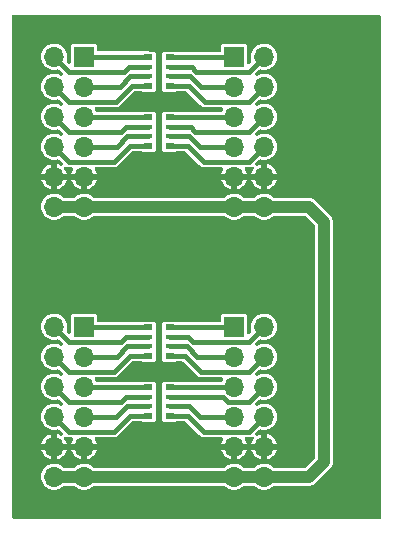
<source format=gtl>
G04 #@! TF.GenerationSoftware,KiCad,Pcbnew,(6.0.9)*
G04 #@! TF.CreationDate,2022-11-21T19:08:44+01:00*
G04 #@! TF.ProjectId,PMOD series resistor board,504d4f44-2073-4657-9269-657320726573,V1.0*
G04 #@! TF.SameCoordinates,Original*
G04 #@! TF.FileFunction,Copper,L1,Top*
G04 #@! TF.FilePolarity,Positive*
%FSLAX46Y46*%
G04 Gerber Fmt 4.6, Leading zero omitted, Abs format (unit mm)*
G04 Created by KiCad (PCBNEW (6.0.9)) date 2022-11-21 19:08:44*
%MOMM*%
%LPD*%
G01*
G04 APERTURE LIST*
G04 #@! TA.AperFunction,SMDPad,CuDef*
%ADD10R,0.800000X0.500000*%
G04 #@! TD*
G04 #@! TA.AperFunction,SMDPad,CuDef*
%ADD11R,0.800000X0.400000*%
G04 #@! TD*
G04 #@! TA.AperFunction,ComponentPad*
%ADD12O,1.700000X1.700000*%
G04 #@! TD*
G04 #@! TA.AperFunction,ComponentPad*
%ADD13R,1.700000X1.700000*%
G04 #@! TD*
G04 #@! TA.AperFunction,Conductor*
%ADD14C,0.440000*%
G04 #@! TD*
G04 #@! TA.AperFunction,Conductor*
%ADD15C,1.000000*%
G04 #@! TD*
G04 APERTURE END LIST*
D10*
X180710000Y-132150000D03*
D11*
X180710000Y-132950000D03*
X180710000Y-133750000D03*
D10*
X180710000Y-134550000D03*
X182510000Y-134550000D03*
D11*
X182510000Y-133750000D03*
X182510000Y-132950000D03*
D10*
X182510000Y-132150000D03*
X182510000Y-137230000D03*
D11*
X182510000Y-138030000D03*
X182510000Y-138830000D03*
D10*
X182510000Y-139630000D03*
X180710000Y-139630000D03*
D11*
X180710000Y-138830000D03*
X180710000Y-138030000D03*
D10*
X180710000Y-137230000D03*
D12*
X190500000Y-144780000D03*
X190500000Y-142240000D03*
X190500000Y-139700000D03*
X190500000Y-137160000D03*
X190500000Y-134620000D03*
X190500000Y-132080000D03*
X187960000Y-144780000D03*
X187960000Y-142240000D03*
X187960000Y-139700000D03*
X187960000Y-137160000D03*
X187960000Y-134620000D03*
D13*
X187960000Y-132080000D03*
X175260000Y-132080000D03*
D12*
X175260000Y-134620000D03*
X175260000Y-137160000D03*
X175260000Y-139700000D03*
X175260000Y-142240000D03*
X175260000Y-144780000D03*
X172720000Y-132080000D03*
X172720000Y-134620000D03*
X172720000Y-137160000D03*
X172720000Y-139700000D03*
X172720000Y-142240000D03*
X172720000Y-144780000D03*
D10*
X180710000Y-114370000D03*
D11*
X180710000Y-115170000D03*
X180710000Y-115970000D03*
D10*
X180710000Y-116770000D03*
X182510000Y-116770000D03*
D11*
X182510000Y-115970000D03*
X182510000Y-115170000D03*
D10*
X182510000Y-114370000D03*
X180710000Y-109290000D03*
D11*
X180710000Y-110090000D03*
X180710000Y-110890000D03*
D10*
X180710000Y-111690000D03*
X182510000Y-111690000D03*
D11*
X182510000Y-110890000D03*
X182510000Y-110090000D03*
D10*
X182510000Y-109290000D03*
D13*
X175260000Y-109220000D03*
D12*
X175260000Y-111760000D03*
X175260000Y-114300000D03*
X175260000Y-116840000D03*
X175260000Y-119380000D03*
X175260000Y-121920000D03*
X172720000Y-109220000D03*
X172720000Y-111760000D03*
X172720000Y-114300000D03*
X172720000Y-116840000D03*
X172720000Y-119380000D03*
X172720000Y-121920000D03*
D13*
X187960000Y-109220000D03*
D12*
X187960000Y-111760000D03*
X187960000Y-114300000D03*
X187960000Y-116840000D03*
X187960000Y-119380000D03*
X187960000Y-121920000D03*
X190500000Y-109220000D03*
X190500000Y-111760000D03*
X190500000Y-114300000D03*
X190500000Y-116840000D03*
X190500000Y-119380000D03*
X190500000Y-121920000D03*
D14*
X173990000Y-138430000D02*
X172720000Y-137160000D01*
X178780526Y-138030000D02*
X178380526Y-138430000D01*
X180710000Y-138030000D02*
X178780526Y-138030000D01*
X178014917Y-139700000D02*
X175260000Y-139700000D01*
X178884917Y-138830000D02*
X178014917Y-139700000D01*
X178380526Y-138430000D02*
X173990000Y-138430000D01*
X180710000Y-138830000D02*
X178884917Y-138830000D01*
X173990000Y-140970000D02*
X172720000Y-139700000D01*
X177800000Y-140970000D02*
X173990000Y-140970000D01*
X179140000Y-139630000D02*
X177800000Y-140970000D01*
X180710000Y-139630000D02*
X179140000Y-139630000D01*
X189230000Y-135890000D02*
X190500000Y-134620000D01*
X185186250Y-135890000D02*
X189230000Y-135890000D01*
X183846250Y-134550000D02*
X185186250Y-135890000D01*
X182510000Y-134550000D02*
X183846250Y-134550000D01*
X184055031Y-132950000D02*
X184455031Y-133350000D01*
X184455031Y-133350000D02*
X189230000Y-133350000D01*
X189230000Y-133350000D02*
X190500000Y-132080000D01*
X183950640Y-133750000D02*
X184820640Y-134620000D01*
X182510000Y-132950000D02*
X184055031Y-132950000D01*
X182510000Y-133750000D02*
X183950640Y-133750000D01*
X184820640Y-134620000D02*
X187960000Y-134620000D01*
X182510000Y-139630000D02*
X184080000Y-139630000D01*
X185054390Y-139700000D02*
X187960000Y-139700000D01*
X184184390Y-138830000D02*
X185054390Y-139700000D01*
X182510000Y-138830000D02*
X184184390Y-138830000D01*
X184080000Y-139630000D02*
X185420000Y-140970000D01*
X185420000Y-140970000D02*
X189230000Y-140970000D01*
X189230000Y-140970000D02*
X190500000Y-139700000D01*
X173990000Y-133350000D02*
X172720000Y-132080000D01*
X178835000Y-132950000D02*
X178435000Y-133350000D01*
X178435000Y-133350000D02*
X173990000Y-133350000D01*
X180710000Y-132950000D02*
X178835000Y-132950000D01*
X178939391Y-133750000D02*
X178069391Y-134620000D01*
X178069391Y-134620000D02*
X175260000Y-134620000D01*
X180710000Y-133750000D02*
X178939391Y-133750000D01*
X173990000Y-135890000D02*
X172720000Y-134620000D01*
X177800000Y-135890000D02*
X173990000Y-135890000D01*
X179140000Y-134550000D02*
X177800000Y-135890000D01*
X180710000Y-134550000D02*
X179140000Y-134550000D01*
X189230000Y-118110000D02*
X190500000Y-116840000D01*
X184080000Y-116770000D02*
X185420000Y-118110000D01*
X189230000Y-115570000D02*
X190500000Y-114300000D01*
X184688781Y-115570000D02*
X189230000Y-115570000D01*
X185420000Y-118110000D02*
X189230000Y-118110000D01*
X185054390Y-116840000D02*
X187960000Y-116840000D01*
X182510000Y-116770000D02*
X184080000Y-116770000D01*
X184184390Y-115970000D02*
X185054390Y-116840000D01*
X182510000Y-115970000D02*
X184184390Y-115970000D01*
X182510000Y-115170000D02*
X184288781Y-115170000D01*
X184288781Y-115170000D02*
X184688781Y-115570000D01*
X173990000Y-115570000D02*
X172720000Y-114300000D01*
X178435000Y-115570000D02*
X173990000Y-115570000D01*
X178835000Y-115170000D02*
X178435000Y-115570000D01*
X180710000Y-115170000D02*
X178835000Y-115170000D01*
X178939391Y-115970000D02*
X178069391Y-116840000D01*
X178069391Y-116840000D02*
X175260000Y-116840000D01*
X180710000Y-115970000D02*
X178939391Y-115970000D01*
X173990000Y-118110000D02*
X172720000Y-116840000D01*
X177800000Y-118110000D02*
X173990000Y-118110000D01*
X179140000Y-116770000D02*
X177800000Y-118110000D01*
X180710000Y-116770000D02*
X179140000Y-116770000D01*
X189230000Y-113030000D02*
X190500000Y-111760000D01*
X184163750Y-111690000D02*
X185503750Y-113030000D01*
X185503750Y-113030000D02*
X189230000Y-113030000D01*
X185138140Y-111760000D02*
X187960000Y-111760000D01*
X182510000Y-111690000D02*
X184163750Y-111690000D01*
X184268140Y-110890000D02*
X185138140Y-111760000D01*
X182510000Y-110890000D02*
X184268140Y-110890000D01*
X184785000Y-110490000D02*
X189230000Y-110490000D01*
X184385000Y-110090000D02*
X184785000Y-110490000D01*
X182510000Y-110090000D02*
X184385000Y-110090000D01*
X189230000Y-110490000D02*
X190500000Y-109220000D01*
X173990000Y-113030000D02*
X172720000Y-111760000D01*
X177950000Y-113030000D02*
X173990000Y-113030000D01*
X179290000Y-111690000D02*
X177950000Y-113030000D01*
X178315610Y-111760000D02*
X175260000Y-111760000D01*
X180710000Y-111690000D02*
X179290000Y-111690000D01*
X179185610Y-110890000D02*
X178315610Y-111760000D01*
X180710000Y-110890000D02*
X179185610Y-110890000D01*
X179070000Y-110090000D02*
X180710000Y-110090000D01*
X178670000Y-110490000D02*
X179070000Y-110090000D01*
X173990000Y-110490000D02*
X178670000Y-110490000D01*
X172720000Y-109220000D02*
X173990000Y-110490000D01*
D15*
X194310000Y-121920000D02*
X190500000Y-121920000D01*
X194310000Y-144780000D02*
X195580000Y-143510000D01*
X195580000Y-123190000D02*
X194310000Y-121920000D01*
X190500000Y-144780000D02*
X194310000Y-144780000D01*
X195580000Y-143510000D02*
X195580000Y-123190000D01*
X175260000Y-144780000D02*
X187960000Y-144780000D01*
X190500000Y-144780000D02*
X187960000Y-144780000D01*
X172720000Y-144780000D02*
X175260000Y-144780000D01*
X175260000Y-121920000D02*
X187960000Y-121920000D01*
X172720000Y-121920000D02*
X175260000Y-121920000D01*
X190500000Y-121920000D02*
X187960000Y-121920000D01*
D14*
X180710000Y-137230000D02*
X175330000Y-137230000D01*
X175330000Y-137230000D02*
X175260000Y-137160000D01*
X189230000Y-138430000D02*
X190500000Y-137160000D01*
X187433948Y-138430000D02*
X189230000Y-138430000D01*
X187033948Y-138030000D02*
X187433948Y-138430000D01*
X182510000Y-138030000D02*
X187033948Y-138030000D01*
X187890000Y-137230000D02*
X187960000Y-137160000D01*
X182510000Y-137230000D02*
X187890000Y-137230000D01*
X175330000Y-132150000D02*
X175260000Y-132080000D01*
X180710000Y-132150000D02*
X175330000Y-132150000D01*
X187890000Y-132150000D02*
X187960000Y-132080000D01*
X182510000Y-132150000D02*
X187890000Y-132150000D01*
X180710000Y-114370000D02*
X175330000Y-114370000D01*
X175330000Y-114370000D02*
X175260000Y-114300000D01*
X187890000Y-114370000D02*
X187960000Y-114300000D01*
X182510000Y-114370000D02*
X187890000Y-114370000D01*
X187890000Y-109290000D02*
X187960000Y-109220000D01*
X182510000Y-109290000D02*
X187890000Y-109290000D01*
X180640000Y-109220000D02*
X180710000Y-109290000D01*
X175260000Y-109220000D02*
X180640000Y-109220000D01*
G04 #@! TA.AperFunction,Conductor*
G36*
X200347621Y-105684502D02*
G01*
X200394114Y-105738158D01*
X200405500Y-105790500D01*
X200405500Y-148209500D01*
X200385498Y-148277621D01*
X200331842Y-148324114D01*
X200279500Y-148335500D01*
X169290500Y-148335500D01*
X169222379Y-148315498D01*
X169175886Y-148261842D01*
X169164500Y-148209500D01*
X169164500Y-144750964D01*
X171611148Y-144750964D01*
X171624424Y-144953522D01*
X171674392Y-145150269D01*
X171759377Y-145334616D01*
X171762710Y-145339332D01*
X171872358Y-145494481D01*
X171876533Y-145500389D01*
X171880675Y-145504424D01*
X171916347Y-145539174D01*
X172021938Y-145642035D01*
X172026742Y-145645245D01*
X172094400Y-145690453D01*
X172190720Y-145754812D01*
X172196023Y-145757090D01*
X172196026Y-145757092D01*
X172284707Y-145795192D01*
X172377228Y-145834942D01*
X172450244Y-145851464D01*
X172569579Y-145878467D01*
X172569584Y-145878468D01*
X172575216Y-145879742D01*
X172580987Y-145879969D01*
X172580989Y-145879969D01*
X172640756Y-145882317D01*
X172778053Y-145887712D01*
X172878499Y-145873148D01*
X172973231Y-145859413D01*
X172973236Y-145859412D01*
X172978945Y-145858584D01*
X172984409Y-145856729D01*
X172984414Y-145856728D01*
X173165693Y-145795192D01*
X173165698Y-145795190D01*
X173171165Y-145793334D01*
X173348276Y-145694147D01*
X173410934Y-145642035D01*
X173504345Y-145564345D01*
X173505945Y-145566269D01*
X173558851Y-145537379D01*
X173585634Y-145534500D01*
X174400322Y-145534500D01*
X174468443Y-145554502D01*
X174488243Y-145570246D01*
X174557793Y-145637998D01*
X174557798Y-145638002D01*
X174561938Y-145642035D01*
X174730720Y-145754812D01*
X174736023Y-145757090D01*
X174736026Y-145757092D01*
X174824707Y-145795192D01*
X174917228Y-145834942D01*
X174990244Y-145851464D01*
X175109579Y-145878467D01*
X175109584Y-145878468D01*
X175115216Y-145879742D01*
X175120987Y-145879969D01*
X175120989Y-145879969D01*
X175180756Y-145882317D01*
X175318053Y-145887712D01*
X175418499Y-145873148D01*
X175513231Y-145859413D01*
X175513236Y-145859412D01*
X175518945Y-145858584D01*
X175524409Y-145856729D01*
X175524414Y-145856728D01*
X175705693Y-145795192D01*
X175705698Y-145795190D01*
X175711165Y-145793334D01*
X175888276Y-145694147D01*
X175950934Y-145642035D01*
X176044345Y-145564345D01*
X176045945Y-145566269D01*
X176098851Y-145537379D01*
X176125634Y-145534500D01*
X187100322Y-145534500D01*
X187168443Y-145554502D01*
X187188243Y-145570246D01*
X187257793Y-145637998D01*
X187257798Y-145638002D01*
X187261938Y-145642035D01*
X187430720Y-145754812D01*
X187436023Y-145757090D01*
X187436026Y-145757092D01*
X187524707Y-145795192D01*
X187617228Y-145834942D01*
X187690244Y-145851464D01*
X187809579Y-145878467D01*
X187809584Y-145878468D01*
X187815216Y-145879742D01*
X187820987Y-145879969D01*
X187820989Y-145879969D01*
X187880756Y-145882317D01*
X188018053Y-145887712D01*
X188118499Y-145873148D01*
X188213231Y-145859413D01*
X188213236Y-145859412D01*
X188218945Y-145858584D01*
X188224409Y-145856729D01*
X188224414Y-145856728D01*
X188405693Y-145795192D01*
X188405698Y-145795190D01*
X188411165Y-145793334D01*
X188588276Y-145694147D01*
X188650934Y-145642035D01*
X188744345Y-145564345D01*
X188745945Y-145566269D01*
X188798851Y-145537379D01*
X188825634Y-145534500D01*
X189640322Y-145534500D01*
X189708443Y-145554502D01*
X189728243Y-145570246D01*
X189797793Y-145637998D01*
X189797798Y-145638002D01*
X189801938Y-145642035D01*
X189970720Y-145754812D01*
X189976023Y-145757090D01*
X189976026Y-145757092D01*
X190064707Y-145795192D01*
X190157228Y-145834942D01*
X190230244Y-145851464D01*
X190349579Y-145878467D01*
X190349584Y-145878468D01*
X190355216Y-145879742D01*
X190360987Y-145879969D01*
X190360989Y-145879969D01*
X190420756Y-145882317D01*
X190558053Y-145887712D01*
X190658499Y-145873148D01*
X190753231Y-145859413D01*
X190753236Y-145859412D01*
X190758945Y-145858584D01*
X190764409Y-145856729D01*
X190764414Y-145856728D01*
X190945693Y-145795192D01*
X190945698Y-145795190D01*
X190951165Y-145793334D01*
X191128276Y-145694147D01*
X191190934Y-145642035D01*
X191284345Y-145564345D01*
X191285945Y-145566269D01*
X191338851Y-145537379D01*
X191365634Y-145534500D01*
X194243235Y-145534500D01*
X194262185Y-145535933D01*
X194276255Y-145538074D01*
X194276259Y-145538074D01*
X194283489Y-145539174D01*
X194290780Y-145538581D01*
X194290783Y-145538581D01*
X194335848Y-145534915D01*
X194346063Y-145534500D01*
X194354053Y-145534500D01*
X194361302Y-145533655D01*
X194382113Y-145531229D01*
X194386487Y-145530796D01*
X194451549Y-145525504D01*
X194451552Y-145525503D01*
X194458847Y-145524910D01*
X194465809Y-145522655D01*
X194471677Y-145521482D01*
X194477484Y-145520110D01*
X194484754Y-145519262D01*
X194553060Y-145494468D01*
X194557163Y-145493060D01*
X194626222Y-145470688D01*
X194632479Y-145466891D01*
X194637926Y-145464398D01*
X194643254Y-145461730D01*
X194650134Y-145459232D01*
X194710849Y-145419426D01*
X194714559Y-145417085D01*
X194771838Y-145382327D01*
X194771840Y-145382325D01*
X194776633Y-145379417D01*
X194784974Y-145372051D01*
X194784995Y-145372075D01*
X194788038Y-145369379D01*
X194791148Y-145366779D01*
X194797268Y-145362766D01*
X194850198Y-145306891D01*
X194852576Y-145304448D01*
X196066301Y-144090723D01*
X196080712Y-144078338D01*
X196098071Y-144065563D01*
X196132089Y-144025521D01*
X196139019Y-144018005D01*
X196144662Y-144012362D01*
X196162214Y-143990178D01*
X196164981Y-143986804D01*
X196207243Y-143937058D01*
X196211982Y-143931480D01*
X196215311Y-143924961D01*
X196218628Y-143919987D01*
X196221763Y-143914911D01*
X196226307Y-143909168D01*
X196257053Y-143843382D01*
X196258985Y-143839430D01*
X196284467Y-143789527D01*
X196291993Y-143774788D01*
X196293732Y-143767680D01*
X196295814Y-143762082D01*
X196297701Y-143756409D01*
X196300800Y-143749779D01*
X196315585Y-143678697D01*
X196316556Y-143674406D01*
X196332477Y-143609344D01*
X196332477Y-143609343D01*
X196333811Y-143603892D01*
X196334500Y-143592786D01*
X196334534Y-143592788D01*
X196334777Y-143588729D01*
X196335137Y-143584695D01*
X196336628Y-143577527D01*
X196334546Y-143500585D01*
X196334500Y-143497177D01*
X196334500Y-123256766D01*
X196335933Y-123237816D01*
X196338074Y-123223746D01*
X196338074Y-123223740D01*
X196339174Y-123216511D01*
X196334915Y-123164152D01*
X196334500Y-123153937D01*
X196334500Y-123145947D01*
X196331226Y-123117865D01*
X196330795Y-123113509D01*
X196325503Y-123048448D01*
X196324910Y-123041152D01*
X196322653Y-123034186D01*
X196321481Y-123028318D01*
X196320110Y-123022517D01*
X196319262Y-123015246D01*
X196294477Y-122946965D01*
X196293051Y-122942810D01*
X196289067Y-122930510D01*
X196270688Y-122873778D01*
X196266889Y-122867518D01*
X196264390Y-122862059D01*
X196261729Y-122856744D01*
X196259232Y-122849866D01*
X196255224Y-122843752D01*
X196255220Y-122843745D01*
X196219408Y-122789124D01*
X196217061Y-122785404D01*
X196182324Y-122728160D01*
X196179416Y-122723367D01*
X196172050Y-122715026D01*
X196172075Y-122715004D01*
X196169385Y-122711970D01*
X196166781Y-122708855D01*
X196162766Y-122702732D01*
X196106854Y-122649766D01*
X196104413Y-122647389D01*
X194890724Y-121433700D01*
X194878337Y-121419287D01*
X194869904Y-121407828D01*
X194865563Y-121401929D01*
X194825521Y-121367911D01*
X194818005Y-121360981D01*
X194812362Y-121355338D01*
X194790202Y-121337806D01*
X194786816Y-121335030D01*
X194764263Y-121315869D01*
X194731480Y-121288018D01*
X194724960Y-121284689D01*
X194719982Y-121281369D01*
X194714909Y-121278236D01*
X194709167Y-121273693D01*
X194643383Y-121242947D01*
X194639433Y-121241016D01*
X194581307Y-121211336D01*
X194574788Y-121208007D01*
X194567678Y-121206267D01*
X194562058Y-121204177D01*
X194556407Y-121202297D01*
X194549778Y-121199199D01*
X194542614Y-121197709D01*
X194542611Y-121197708D01*
X194502505Y-121189367D01*
X194478686Y-121184413D01*
X194474427Y-121183449D01*
X194403892Y-121166189D01*
X194398295Y-121165842D01*
X194398290Y-121165841D01*
X194392786Y-121165500D01*
X194392788Y-121165466D01*
X194388729Y-121165223D01*
X194384695Y-121164863D01*
X194377527Y-121163372D01*
X194370210Y-121163570D01*
X194300585Y-121165454D01*
X194297177Y-121165500D01*
X191360353Y-121165500D01*
X191292232Y-121145498D01*
X191274824Y-121132025D01*
X191179498Y-121043906D01*
X191179495Y-121043904D01*
X191175258Y-121039987D01*
X191003581Y-120931667D01*
X190815039Y-120856446D01*
X190809379Y-120855320D01*
X190809375Y-120855319D01*
X190621613Y-120817971D01*
X190621610Y-120817971D01*
X190615946Y-120816844D01*
X190610171Y-120816768D01*
X190610167Y-120816768D01*
X190508793Y-120815441D01*
X190412971Y-120814187D01*
X190407274Y-120815166D01*
X190407273Y-120815166D01*
X190218607Y-120847585D01*
X190212910Y-120848564D01*
X190022463Y-120918824D01*
X189848010Y-121022612D01*
X189843667Y-121026421D01*
X189843666Y-121026422D01*
X189720732Y-121134232D01*
X189656328Y-121164109D01*
X189637654Y-121165500D01*
X188820353Y-121165500D01*
X188752232Y-121145498D01*
X188734824Y-121132025D01*
X188639498Y-121043906D01*
X188639495Y-121043904D01*
X188635258Y-121039987D01*
X188463581Y-120931667D01*
X188275039Y-120856446D01*
X188269379Y-120855320D01*
X188269375Y-120855319D01*
X188081613Y-120817971D01*
X188081610Y-120817971D01*
X188075946Y-120816844D01*
X188070171Y-120816768D01*
X188070167Y-120816768D01*
X187968793Y-120815441D01*
X187872971Y-120814187D01*
X187867274Y-120815166D01*
X187867273Y-120815166D01*
X187678607Y-120847585D01*
X187672910Y-120848564D01*
X187482463Y-120918824D01*
X187308010Y-121022612D01*
X187303667Y-121026421D01*
X187303666Y-121026422D01*
X187180732Y-121134232D01*
X187116328Y-121164109D01*
X187097654Y-121165500D01*
X176120353Y-121165500D01*
X176052232Y-121145498D01*
X176034824Y-121132025D01*
X175939498Y-121043906D01*
X175939495Y-121043904D01*
X175935258Y-121039987D01*
X175763581Y-120931667D01*
X175575039Y-120856446D01*
X175569379Y-120855320D01*
X175569375Y-120855319D01*
X175381613Y-120817971D01*
X175381610Y-120817971D01*
X175375946Y-120816844D01*
X175370171Y-120816768D01*
X175370167Y-120816768D01*
X175268793Y-120815441D01*
X175172971Y-120814187D01*
X175167274Y-120815166D01*
X175167273Y-120815166D01*
X174978607Y-120847585D01*
X174972910Y-120848564D01*
X174782463Y-120918824D01*
X174608010Y-121022612D01*
X174603667Y-121026421D01*
X174603666Y-121026422D01*
X174480732Y-121134232D01*
X174416328Y-121164109D01*
X174397654Y-121165500D01*
X173580353Y-121165500D01*
X173512232Y-121145498D01*
X173494824Y-121132025D01*
X173399498Y-121043906D01*
X173399495Y-121043904D01*
X173395258Y-121039987D01*
X173223581Y-120931667D01*
X173035039Y-120856446D01*
X173029379Y-120855320D01*
X173029375Y-120855319D01*
X172841613Y-120817971D01*
X172841610Y-120817971D01*
X172835946Y-120816844D01*
X172830171Y-120816768D01*
X172830167Y-120816768D01*
X172728793Y-120815441D01*
X172632971Y-120814187D01*
X172627274Y-120815166D01*
X172627273Y-120815166D01*
X172438607Y-120847585D01*
X172432910Y-120848564D01*
X172242463Y-120918824D01*
X172068010Y-121022612D01*
X172063670Y-121026418D01*
X172063666Y-121026421D01*
X171943249Y-121132025D01*
X171915392Y-121156455D01*
X171789720Y-121315869D01*
X171695203Y-121495515D01*
X171635007Y-121689378D01*
X171611148Y-121890964D01*
X171624424Y-122093522D01*
X171674392Y-122290269D01*
X171759377Y-122474616D01*
X171876533Y-122640389D01*
X172021938Y-122782035D01*
X172026742Y-122785245D01*
X172026980Y-122785404D01*
X172190720Y-122894812D01*
X172196023Y-122897090D01*
X172196026Y-122897092D01*
X172371921Y-122972662D01*
X172377228Y-122974942D01*
X172450244Y-122991464D01*
X172569579Y-123018467D01*
X172569584Y-123018468D01*
X172575216Y-123019742D01*
X172580987Y-123019969D01*
X172580989Y-123019969D01*
X172640756Y-123022317D01*
X172778053Y-123027712D01*
X172878499Y-123013148D01*
X172973231Y-122999413D01*
X172973236Y-122999412D01*
X172978945Y-122998584D01*
X172984409Y-122996729D01*
X172984414Y-122996728D01*
X173165693Y-122935192D01*
X173165698Y-122935190D01*
X173171165Y-122933334D01*
X173348276Y-122834147D01*
X173410934Y-122782035D01*
X173504345Y-122704345D01*
X173505945Y-122706269D01*
X173558851Y-122677379D01*
X173585634Y-122674500D01*
X174400322Y-122674500D01*
X174468443Y-122694502D01*
X174488243Y-122710246D01*
X174557793Y-122777998D01*
X174557798Y-122778002D01*
X174561938Y-122782035D01*
X174730720Y-122894812D01*
X174736023Y-122897090D01*
X174736026Y-122897092D01*
X174911921Y-122972662D01*
X174917228Y-122974942D01*
X174990244Y-122991464D01*
X175109579Y-123018467D01*
X175109584Y-123018468D01*
X175115216Y-123019742D01*
X175120987Y-123019969D01*
X175120989Y-123019969D01*
X175180756Y-123022317D01*
X175318053Y-123027712D01*
X175418499Y-123013148D01*
X175513231Y-122999413D01*
X175513236Y-122999412D01*
X175518945Y-122998584D01*
X175524409Y-122996729D01*
X175524414Y-122996728D01*
X175705693Y-122935192D01*
X175705698Y-122935190D01*
X175711165Y-122933334D01*
X175888276Y-122834147D01*
X175950934Y-122782035D01*
X176044345Y-122704345D01*
X176045945Y-122706269D01*
X176098851Y-122677379D01*
X176125634Y-122674500D01*
X187100322Y-122674500D01*
X187168443Y-122694502D01*
X187188243Y-122710246D01*
X187257793Y-122777998D01*
X187257798Y-122778002D01*
X187261938Y-122782035D01*
X187430720Y-122894812D01*
X187436023Y-122897090D01*
X187436026Y-122897092D01*
X187611921Y-122972662D01*
X187617228Y-122974942D01*
X187690244Y-122991464D01*
X187809579Y-123018467D01*
X187809584Y-123018468D01*
X187815216Y-123019742D01*
X187820987Y-123019969D01*
X187820989Y-123019969D01*
X187880756Y-123022317D01*
X188018053Y-123027712D01*
X188118499Y-123013148D01*
X188213231Y-122999413D01*
X188213236Y-122999412D01*
X188218945Y-122998584D01*
X188224409Y-122996729D01*
X188224414Y-122996728D01*
X188405693Y-122935192D01*
X188405698Y-122935190D01*
X188411165Y-122933334D01*
X188588276Y-122834147D01*
X188650934Y-122782035D01*
X188744345Y-122704345D01*
X188745945Y-122706269D01*
X188798851Y-122677379D01*
X188825634Y-122674500D01*
X189640322Y-122674500D01*
X189708443Y-122694502D01*
X189728243Y-122710246D01*
X189797793Y-122777998D01*
X189797798Y-122778002D01*
X189801938Y-122782035D01*
X189970720Y-122894812D01*
X189976023Y-122897090D01*
X189976026Y-122897092D01*
X190151921Y-122972662D01*
X190157228Y-122974942D01*
X190230244Y-122991464D01*
X190349579Y-123018467D01*
X190349584Y-123018468D01*
X190355216Y-123019742D01*
X190360987Y-123019969D01*
X190360989Y-123019969D01*
X190420756Y-123022317D01*
X190558053Y-123027712D01*
X190658499Y-123013148D01*
X190753231Y-122999413D01*
X190753236Y-122999412D01*
X190758945Y-122998584D01*
X190764409Y-122996729D01*
X190764414Y-122996728D01*
X190945693Y-122935192D01*
X190945698Y-122935190D01*
X190951165Y-122933334D01*
X191128276Y-122834147D01*
X191190934Y-122782035D01*
X191284345Y-122704345D01*
X191285945Y-122706269D01*
X191338851Y-122677379D01*
X191365634Y-122674500D01*
X193945284Y-122674500D01*
X194013405Y-122694502D01*
X194034379Y-122711404D01*
X194788595Y-123465619D01*
X194822620Y-123527932D01*
X194825500Y-123554715D01*
X194825500Y-143145286D01*
X194805498Y-143213407D01*
X194788595Y-143234381D01*
X194034381Y-143988595D01*
X193972069Y-144022621D01*
X193945286Y-144025500D01*
X191360353Y-144025500D01*
X191292232Y-144005498D01*
X191274824Y-143992025D01*
X191179498Y-143903906D01*
X191179495Y-143903904D01*
X191175258Y-143899987D01*
X191003581Y-143791667D01*
X190815039Y-143716446D01*
X190809379Y-143715320D01*
X190809375Y-143715319D01*
X190621613Y-143677971D01*
X190621610Y-143677971D01*
X190615946Y-143676844D01*
X190610171Y-143676768D01*
X190610167Y-143676768D01*
X190508793Y-143675441D01*
X190412971Y-143674187D01*
X190407274Y-143675166D01*
X190407273Y-143675166D01*
X190218607Y-143707585D01*
X190212910Y-143708564D01*
X190022463Y-143778824D01*
X189848010Y-143882612D01*
X189843667Y-143886421D01*
X189843666Y-143886422D01*
X189720732Y-143994232D01*
X189656328Y-144024109D01*
X189637654Y-144025500D01*
X188820353Y-144025500D01*
X188752232Y-144005498D01*
X188734824Y-143992025D01*
X188639498Y-143903906D01*
X188639495Y-143903904D01*
X188635258Y-143899987D01*
X188463581Y-143791667D01*
X188275039Y-143716446D01*
X188269379Y-143715320D01*
X188269375Y-143715319D01*
X188081613Y-143677971D01*
X188081610Y-143677971D01*
X188075946Y-143676844D01*
X188070171Y-143676768D01*
X188070167Y-143676768D01*
X187968793Y-143675441D01*
X187872971Y-143674187D01*
X187867274Y-143675166D01*
X187867273Y-143675166D01*
X187678607Y-143707585D01*
X187672910Y-143708564D01*
X187482463Y-143778824D01*
X187308010Y-143882612D01*
X187303667Y-143886421D01*
X187303666Y-143886422D01*
X187180732Y-143994232D01*
X187116328Y-144024109D01*
X187097654Y-144025500D01*
X176120353Y-144025500D01*
X176052232Y-144005498D01*
X176034824Y-143992025D01*
X175939498Y-143903906D01*
X175939495Y-143903904D01*
X175935258Y-143899987D01*
X175763581Y-143791667D01*
X175575039Y-143716446D01*
X175569379Y-143715320D01*
X175569375Y-143715319D01*
X175381613Y-143677971D01*
X175381610Y-143677971D01*
X175375946Y-143676844D01*
X175370171Y-143676768D01*
X175370167Y-143676768D01*
X175268793Y-143675441D01*
X175172971Y-143674187D01*
X175167274Y-143675166D01*
X175167273Y-143675166D01*
X174978607Y-143707585D01*
X174972910Y-143708564D01*
X174782463Y-143778824D01*
X174608010Y-143882612D01*
X174603667Y-143886421D01*
X174603666Y-143886422D01*
X174480732Y-143994232D01*
X174416328Y-144024109D01*
X174397654Y-144025500D01*
X173580353Y-144025500D01*
X173512232Y-144005498D01*
X173494824Y-143992025D01*
X173399498Y-143903906D01*
X173399495Y-143903904D01*
X173395258Y-143899987D01*
X173223581Y-143791667D01*
X173035039Y-143716446D01*
X173029379Y-143715320D01*
X173029375Y-143715319D01*
X172841613Y-143677971D01*
X172841610Y-143677971D01*
X172835946Y-143676844D01*
X172830171Y-143676768D01*
X172830167Y-143676768D01*
X172728793Y-143675441D01*
X172632971Y-143674187D01*
X172627274Y-143675166D01*
X172627273Y-143675166D01*
X172438607Y-143707585D01*
X172432910Y-143708564D01*
X172242463Y-143778824D01*
X172068010Y-143882612D01*
X172063670Y-143886418D01*
X172063666Y-143886421D01*
X171949202Y-143986804D01*
X171915392Y-144016455D01*
X171911817Y-144020990D01*
X171911816Y-144020991D01*
X171910531Y-144022621D01*
X171789720Y-144175869D01*
X171695203Y-144355515D01*
X171635007Y-144549378D01*
X171611148Y-144750964D01*
X169164500Y-144750964D01*
X169164500Y-142506962D01*
X171648671Y-142506962D01*
X171673443Y-142604502D01*
X171677284Y-142615348D01*
X171757394Y-142789120D01*
X171763145Y-142799081D01*
X171873579Y-142955343D01*
X171881057Y-142964098D01*
X172018114Y-143097612D01*
X172027058Y-143104855D01*
X172186156Y-143211161D01*
X172196266Y-143216651D01*
X172372077Y-143292185D01*
X172383020Y-143295740D01*
X172448332Y-143310519D01*
X172462405Y-143309630D01*
X172465828Y-143300681D01*
X172974000Y-143300681D01*
X172977966Y-143314187D01*
X172986672Y-143315433D01*
X173165497Y-143254730D01*
X173175994Y-143250056D01*
X173342958Y-143156552D01*
X173352430Y-143150042D01*
X173499553Y-143027682D01*
X173507682Y-143019553D01*
X173630042Y-142872430D01*
X173636552Y-142862958D01*
X173730056Y-142695994D01*
X173734730Y-142685497D01*
X173795335Y-142506962D01*
X174188671Y-142506962D01*
X174213443Y-142604502D01*
X174217284Y-142615348D01*
X174297394Y-142789120D01*
X174303145Y-142799081D01*
X174413579Y-142955343D01*
X174421057Y-142964098D01*
X174558114Y-143097612D01*
X174567058Y-143104855D01*
X174726156Y-143211161D01*
X174736266Y-143216651D01*
X174912077Y-143292185D01*
X174923020Y-143295740D01*
X174988332Y-143310519D01*
X175002405Y-143309630D01*
X175005828Y-143300681D01*
X175514000Y-143300681D01*
X175517966Y-143314187D01*
X175526672Y-143315433D01*
X175705497Y-143254730D01*
X175715994Y-143250056D01*
X175882958Y-143156552D01*
X175892430Y-143150042D01*
X176039553Y-143027682D01*
X176047682Y-143019553D01*
X176170042Y-142872430D01*
X176176552Y-142862958D01*
X176270056Y-142695994D01*
X176274730Y-142685497D01*
X176335335Y-142506962D01*
X186888671Y-142506962D01*
X186913443Y-142604502D01*
X186917284Y-142615348D01*
X186997394Y-142789120D01*
X187003145Y-142799081D01*
X187113579Y-142955343D01*
X187121057Y-142964098D01*
X187258114Y-143097612D01*
X187267058Y-143104855D01*
X187426156Y-143211161D01*
X187436266Y-143216651D01*
X187612077Y-143292185D01*
X187623020Y-143295740D01*
X187688332Y-143310519D01*
X187702405Y-143309630D01*
X187705828Y-143300681D01*
X188214000Y-143300681D01*
X188217966Y-143314187D01*
X188226672Y-143315433D01*
X188405497Y-143254730D01*
X188415994Y-143250056D01*
X188582958Y-143156552D01*
X188592430Y-143150042D01*
X188739553Y-143027682D01*
X188747682Y-143019553D01*
X188870042Y-142872430D01*
X188876552Y-142862958D01*
X188970056Y-142695994D01*
X188974730Y-142685497D01*
X189035335Y-142506962D01*
X189428671Y-142506962D01*
X189453443Y-142604502D01*
X189457284Y-142615348D01*
X189537394Y-142789120D01*
X189543145Y-142799081D01*
X189653579Y-142955343D01*
X189661057Y-142964098D01*
X189798114Y-143097612D01*
X189807058Y-143104855D01*
X189966156Y-143211161D01*
X189976266Y-143216651D01*
X190152077Y-143292185D01*
X190163020Y-143295740D01*
X190228332Y-143310519D01*
X190242405Y-143309630D01*
X190245828Y-143300681D01*
X190754000Y-143300681D01*
X190757966Y-143314187D01*
X190766672Y-143315433D01*
X190945497Y-143254730D01*
X190955994Y-143250056D01*
X191122958Y-143156552D01*
X191132430Y-143150042D01*
X191279553Y-143027682D01*
X191287682Y-143019553D01*
X191410042Y-142872430D01*
X191416552Y-142862958D01*
X191510056Y-142695994D01*
X191514730Y-142685497D01*
X191575443Y-142506644D01*
X191574210Y-142497993D01*
X191560642Y-142494000D01*
X190772115Y-142494000D01*
X190756876Y-142498475D01*
X190755671Y-142499865D01*
X190754000Y-142507548D01*
X190754000Y-143300681D01*
X190245828Y-143300681D01*
X190246000Y-143300232D01*
X190246000Y-142512115D01*
X190241525Y-142496876D01*
X190240135Y-142495671D01*
X190232452Y-142494000D01*
X189443494Y-142494000D01*
X189429963Y-142497973D01*
X189428671Y-142506962D01*
X189035335Y-142506962D01*
X189035443Y-142506644D01*
X189034210Y-142497993D01*
X189020642Y-142494000D01*
X188232115Y-142494000D01*
X188216876Y-142498475D01*
X188215671Y-142499865D01*
X188214000Y-142507548D01*
X188214000Y-143300681D01*
X187705828Y-143300681D01*
X187706000Y-143300232D01*
X187706000Y-142512115D01*
X187701525Y-142496876D01*
X187700135Y-142495671D01*
X187692452Y-142494000D01*
X186903494Y-142494000D01*
X186889963Y-142497973D01*
X186888671Y-142506962D01*
X176335335Y-142506962D01*
X176335443Y-142506644D01*
X176334210Y-142497993D01*
X176320642Y-142494000D01*
X175532115Y-142494000D01*
X175516876Y-142498475D01*
X175515671Y-142499865D01*
X175514000Y-142507548D01*
X175514000Y-143300681D01*
X175005828Y-143300681D01*
X175006000Y-143300232D01*
X175006000Y-142512115D01*
X175001525Y-142496876D01*
X175000135Y-142495671D01*
X174992452Y-142494000D01*
X174203494Y-142494000D01*
X174189963Y-142497973D01*
X174188671Y-142506962D01*
X173795335Y-142506962D01*
X173795443Y-142506644D01*
X173794210Y-142497993D01*
X173780642Y-142494000D01*
X172992115Y-142494000D01*
X172976876Y-142498475D01*
X172975671Y-142499865D01*
X172974000Y-142507548D01*
X172974000Y-143300681D01*
X172465828Y-143300681D01*
X172466000Y-143300232D01*
X172466000Y-142512115D01*
X172461525Y-142496876D01*
X172460135Y-142495671D01*
X172452452Y-142494000D01*
X171663494Y-142494000D01*
X171649963Y-142497973D01*
X171648671Y-142506962D01*
X169164500Y-142506962D01*
X169164500Y-141982799D01*
X171647943Y-141982799D01*
X171654675Y-141986000D01*
X172447885Y-141986000D01*
X172463124Y-141981525D01*
X172464329Y-141980135D01*
X172466000Y-141972452D01*
X172466000Y-141181500D01*
X172462194Y-141168538D01*
X172447279Y-141166602D01*
X172438732Y-141168071D01*
X172427620Y-141171048D01*
X172248095Y-141237279D01*
X172237717Y-141242229D01*
X172073273Y-141340063D01*
X172063961Y-141346829D01*
X171920097Y-141472994D01*
X171912180Y-141481337D01*
X171793718Y-141631605D01*
X171787450Y-141641256D01*
X171698358Y-141810592D01*
X171693953Y-141821227D01*
X171648162Y-141968698D01*
X171647943Y-141982799D01*
X169164500Y-141982799D01*
X169164500Y-139670964D01*
X171611148Y-139670964D01*
X171624424Y-139873522D01*
X171625845Y-139879118D01*
X171625846Y-139879123D01*
X171657625Y-140004249D01*
X171674392Y-140070269D01*
X171676809Y-140075512D01*
X171754652Y-140244367D01*
X171759377Y-140254616D01*
X171762710Y-140259332D01*
X171862273Y-140400211D01*
X171876533Y-140420389D01*
X172021938Y-140562035D01*
X172190720Y-140674812D01*
X172196023Y-140677090D01*
X172196026Y-140677092D01*
X172371921Y-140752662D01*
X172377228Y-140754942D01*
X172426588Y-140766111D01*
X172569579Y-140798467D01*
X172569584Y-140798468D01*
X172575216Y-140799742D01*
X172580987Y-140799969D01*
X172580989Y-140799969D01*
X172640756Y-140802317D01*
X172778053Y-140807712D01*
X172878499Y-140793148D01*
X172973231Y-140779413D01*
X172973236Y-140779412D01*
X172978945Y-140778584D01*
X173015689Y-140766111D01*
X173086623Y-140763155D01*
X173145285Y-140796329D01*
X173449403Y-141100447D01*
X173483429Y-141162759D01*
X173478364Y-141233574D01*
X173435817Y-141290410D01*
X173369297Y-141315221D01*
X173299923Y-141300130D01*
X173293073Y-141296104D01*
X173228236Y-141255195D01*
X173217989Y-141249974D01*
X173040260Y-141179068D01*
X173029232Y-141175801D01*
X172991769Y-141168350D01*
X172978894Y-141169502D01*
X172974000Y-141184658D01*
X172974000Y-141967885D01*
X172978475Y-141983124D01*
X172979865Y-141984329D01*
X172987548Y-141986000D01*
X173777398Y-141986000D01*
X173790929Y-141982027D01*
X173792098Y-141973892D01*
X173756658Y-141848231D01*
X173752533Y-141837484D01*
X173667903Y-141665871D01*
X173661893Y-141656063D01*
X173603389Y-141577717D01*
X173578657Y-141511167D01*
X173593831Y-141441811D01*
X173644093Y-141391669D01*
X173713485Y-141376660D01*
X173759412Y-141390202D01*
X173759791Y-141390486D01*
X173800854Y-141405880D01*
X173810155Y-141409799D01*
X173849843Y-141428432D01*
X173858713Y-141429813D01*
X173864905Y-141431706D01*
X173872320Y-141433652D01*
X173878652Y-141435044D01*
X173887060Y-141438196D01*
X173930789Y-141441445D01*
X173940814Y-141442596D01*
X173953039Y-141444500D01*
X173967216Y-141444500D01*
X173976553Y-141444846D01*
X173983828Y-141445387D01*
X174022605Y-141448268D01*
X174031381Y-141446395D01*
X174040337Y-141445784D01*
X174040345Y-141445894D01*
X174053555Y-141444500D01*
X174223162Y-141444500D01*
X174291283Y-141464502D01*
X174337776Y-141518158D01*
X174347880Y-141588432D01*
X174329985Y-141636060D01*
X174330141Y-141636142D01*
X174329490Y-141637380D01*
X174328834Y-141639125D01*
X174327452Y-141641254D01*
X174238358Y-141810592D01*
X174233953Y-141821227D01*
X174188162Y-141968698D01*
X174187943Y-141982799D01*
X174194675Y-141986000D01*
X176317398Y-141986000D01*
X176330929Y-141982027D01*
X176332098Y-141973892D01*
X176296658Y-141848231D01*
X176292533Y-141837484D01*
X176207903Y-141665871D01*
X176201890Y-141656058D01*
X176194295Y-141645887D01*
X176169564Y-141579337D01*
X176184740Y-141509981D01*
X176235002Y-141459840D01*
X176295254Y-141444500D01*
X177732746Y-141444500D01*
X177743805Y-141445736D01*
X177743854Y-141445133D01*
X177752798Y-141445853D01*
X177761555Y-141447834D01*
X177811395Y-141444742D01*
X177819197Y-141444500D01*
X177834069Y-141444500D01*
X177843418Y-141443161D01*
X177853467Y-141442132D01*
X177888252Y-141439974D01*
X177888253Y-141439974D01*
X177897212Y-141439418D01*
X177905652Y-141436371D01*
X177912016Y-141435053D01*
X177919457Y-141433197D01*
X177925659Y-141431383D01*
X177934546Y-141430111D01*
X177942717Y-141426396D01*
X177942720Y-141426395D01*
X177974471Y-141411959D01*
X177983835Y-141408147D01*
X178016615Y-141396313D01*
X178016617Y-141396312D01*
X178025054Y-141393266D01*
X178032298Y-141387975D01*
X178038003Y-141384941D01*
X178044678Y-141381040D01*
X178050107Y-141377568D01*
X178058275Y-141373854D01*
X178065071Y-141367998D01*
X178065076Y-141367995D01*
X178091491Y-141345235D01*
X178099406Y-141338950D01*
X178105451Y-141334534D01*
X178105455Y-141334531D01*
X178109387Y-141331658D01*
X178119410Y-141321635D01*
X178126257Y-141315277D01*
X178154440Y-141290993D01*
X178161242Y-141285132D01*
X178166126Y-141277597D01*
X178172025Y-141270835D01*
X178172109Y-141270908D01*
X178180466Y-141260579D01*
X179299639Y-140141405D01*
X179361951Y-140107380D01*
X179388734Y-140104500D01*
X180155185Y-140104500D01*
X180201766Y-140113765D01*
X180210699Y-140119734D01*
X180222873Y-140122156D01*
X180222874Y-140122156D01*
X180277836Y-140133088D01*
X180284933Y-140134500D01*
X180709931Y-140134500D01*
X181135066Y-140134499D01*
X181170818Y-140127388D01*
X181197126Y-140122156D01*
X181197128Y-140122155D01*
X181209301Y-140119734D01*
X181219621Y-140112839D01*
X181219622Y-140112838D01*
X181283168Y-140070377D01*
X181293484Y-140063484D01*
X181349734Y-139979301D01*
X181364500Y-139905067D01*
X181364499Y-139354934D01*
X181364499Y-139354933D01*
X181855500Y-139354933D01*
X181855501Y-139905066D01*
X181870266Y-139979301D01*
X181877161Y-139989620D01*
X181877162Y-139989622D01*
X181886936Y-140004249D01*
X181926516Y-140063484D01*
X182010699Y-140119734D01*
X182084933Y-140134500D01*
X182509931Y-140134500D01*
X182935066Y-140134499D01*
X182970818Y-140127388D01*
X182997126Y-140122156D01*
X182997128Y-140122155D01*
X183009301Y-140119734D01*
X183018235Y-140113765D01*
X183064815Y-140104500D01*
X183831265Y-140104500D01*
X183899386Y-140124502D01*
X183920360Y-140141405D01*
X185036914Y-141257958D01*
X185043865Y-141266658D01*
X185044326Y-141266266D01*
X185050145Y-141273103D01*
X185054935Y-141280695D01*
X185061664Y-141286638D01*
X185061665Y-141286639D01*
X185092382Y-141313767D01*
X185098069Y-141319113D01*
X185108568Y-141329612D01*
X185112149Y-141332296D01*
X185112156Y-141332302D01*
X185116114Y-141335268D01*
X185123953Y-141341650D01*
X185156810Y-141370668D01*
X185164933Y-141374482D01*
X185170351Y-141378041D01*
X185176934Y-141381997D01*
X185182611Y-141385105D01*
X185189791Y-141390486D01*
X185198196Y-141393637D01*
X185198198Y-141393638D01*
X185205337Y-141396314D01*
X185230854Y-141405880D01*
X185240155Y-141409799D01*
X185279843Y-141428432D01*
X185288713Y-141429813D01*
X185294905Y-141431706D01*
X185302344Y-141433658D01*
X185308658Y-141435046D01*
X185317060Y-141438196D01*
X185326006Y-141438861D01*
X185326007Y-141438861D01*
X185340986Y-141439974D01*
X185360769Y-141441444D01*
X185360782Y-141441445D01*
X185370827Y-141442598D01*
X185375111Y-141443265D01*
X185378228Y-141443751D01*
X185378230Y-141443751D01*
X185383039Y-141444500D01*
X185397206Y-141444500D01*
X185406544Y-141444846D01*
X185452605Y-141448269D01*
X185461381Y-141446396D01*
X185470338Y-141445785D01*
X185470345Y-141445895D01*
X185483561Y-141444500D01*
X186923162Y-141444500D01*
X186991283Y-141464502D01*
X187037776Y-141518158D01*
X187047880Y-141588432D01*
X187029985Y-141636060D01*
X187030141Y-141636142D01*
X187029490Y-141637380D01*
X187028834Y-141639125D01*
X187027452Y-141641254D01*
X186938358Y-141810592D01*
X186933953Y-141821227D01*
X186888162Y-141968698D01*
X186887943Y-141982799D01*
X186894675Y-141986000D01*
X189017398Y-141986000D01*
X189030929Y-141982027D01*
X189032098Y-141973892D01*
X188996658Y-141848231D01*
X188992533Y-141837484D01*
X188907903Y-141665871D01*
X188901890Y-141656058D01*
X188894295Y-141645887D01*
X188869564Y-141579337D01*
X188884740Y-141509981D01*
X188935002Y-141459840D01*
X188995254Y-141444500D01*
X189162746Y-141444500D01*
X189173805Y-141445736D01*
X189173854Y-141445133D01*
X189182798Y-141445853D01*
X189191555Y-141447834D01*
X189241395Y-141444742D01*
X189249197Y-141444500D01*
X189264069Y-141444500D01*
X189273418Y-141443161D01*
X189283467Y-141442132D01*
X189318252Y-141439974D01*
X189318253Y-141439974D01*
X189327212Y-141439418D01*
X189335652Y-141436371D01*
X189342016Y-141435053D01*
X189349457Y-141433197D01*
X189355659Y-141431383D01*
X189364546Y-141430111D01*
X189372717Y-141426396D01*
X189372720Y-141426395D01*
X189404471Y-141411959D01*
X189413835Y-141408147D01*
X189446613Y-141396314D01*
X189446617Y-141396312D01*
X189455054Y-141393266D01*
X189458218Y-141390955D01*
X189525264Y-141377149D01*
X189591504Y-141402698D01*
X189633416Y-141460003D01*
X189637693Y-141530870D01*
X189613827Y-141580726D01*
X189573722Y-141631598D01*
X189567450Y-141641256D01*
X189478358Y-141810592D01*
X189473953Y-141821227D01*
X189428162Y-141968698D01*
X189427943Y-141982799D01*
X189434675Y-141986000D01*
X190227885Y-141986000D01*
X190243124Y-141981525D01*
X190244329Y-141980135D01*
X190246000Y-141972452D01*
X190246000Y-141967885D01*
X190754000Y-141967885D01*
X190758475Y-141983124D01*
X190759865Y-141984329D01*
X190767548Y-141986000D01*
X191557398Y-141986000D01*
X191570929Y-141982027D01*
X191572098Y-141973892D01*
X191536658Y-141848231D01*
X191532533Y-141837484D01*
X191447903Y-141665871D01*
X191441893Y-141656063D01*
X191327400Y-141502739D01*
X191319710Y-141494199D01*
X191179192Y-141364304D01*
X191170067Y-141357303D01*
X191008236Y-141255195D01*
X190997989Y-141249974D01*
X190820260Y-141179068D01*
X190809232Y-141175801D01*
X190771769Y-141168350D01*
X190758894Y-141169502D01*
X190754000Y-141184658D01*
X190754000Y-141967885D01*
X190246000Y-141967885D01*
X190246000Y-141181500D01*
X190242194Y-141168538D01*
X190227279Y-141166602D01*
X190218732Y-141168071D01*
X190207620Y-141171048D01*
X190028095Y-141237279D01*
X190017717Y-141242229D01*
X189923896Y-141298047D01*
X189855126Y-141315687D01*
X189787736Y-141293347D01*
X189743122Y-141238119D01*
X189735448Y-141167538D01*
X189770378Y-141100667D01*
X190074559Y-140796486D01*
X190136871Y-140762460D01*
X190191460Y-140762688D01*
X190253509Y-140776728D01*
X190349580Y-140798467D01*
X190349583Y-140798467D01*
X190355216Y-140799742D01*
X190360987Y-140799969D01*
X190360989Y-140799969D01*
X190420756Y-140802317D01*
X190558053Y-140807712D01*
X190658499Y-140793148D01*
X190753231Y-140779413D01*
X190753236Y-140779412D01*
X190758945Y-140778584D01*
X190764409Y-140776729D01*
X190764414Y-140776728D01*
X190945693Y-140715192D01*
X190945698Y-140715190D01*
X190951165Y-140713334D01*
X191128276Y-140614147D01*
X191190934Y-140562035D01*
X191279913Y-140488031D01*
X191284345Y-140484345D01*
X191363148Y-140389595D01*
X191410453Y-140332718D01*
X191410455Y-140332715D01*
X191414147Y-140328276D01*
X191513334Y-140151165D01*
X191515190Y-140145698D01*
X191515192Y-140145693D01*
X191576728Y-139964414D01*
X191576729Y-139964409D01*
X191578584Y-139958945D01*
X191579412Y-139953236D01*
X191579413Y-139953231D01*
X191607179Y-139761727D01*
X191607712Y-139758053D01*
X191609232Y-139700000D01*
X191590658Y-139497859D01*
X191589090Y-139492299D01*
X191537125Y-139308046D01*
X191537124Y-139308044D01*
X191535557Y-139302487D01*
X191530817Y-139292874D01*
X191448331Y-139125609D01*
X191445776Y-139120428D01*
X191442320Y-139115799D01*
X191401500Y-139061135D01*
X191324320Y-138957779D01*
X191175258Y-138819987D01*
X191170375Y-138816906D01*
X191170371Y-138816903D01*
X191008464Y-138714748D01*
X191003581Y-138711667D01*
X190815039Y-138636446D01*
X190809379Y-138635320D01*
X190809375Y-138635319D01*
X190621613Y-138597971D01*
X190621610Y-138597971D01*
X190615946Y-138596844D01*
X190610171Y-138596768D01*
X190610167Y-138596768D01*
X190508793Y-138595441D01*
X190412971Y-138594187D01*
X190407274Y-138595166D01*
X190407273Y-138595166D01*
X190218607Y-138627585D01*
X190212910Y-138628564D01*
X190022463Y-138698824D01*
X189928875Y-138754503D01*
X189925333Y-138756610D01*
X189856562Y-138774250D01*
X189789172Y-138751909D01*
X189744559Y-138696681D01*
X189736886Y-138626101D01*
X189771815Y-138559230D01*
X190074559Y-138256486D01*
X190136871Y-138222460D01*
X190191460Y-138222688D01*
X190253509Y-138236728D01*
X190349580Y-138258467D01*
X190349583Y-138258467D01*
X190355216Y-138259742D01*
X190360987Y-138259969D01*
X190360989Y-138259969D01*
X190420756Y-138262317D01*
X190558053Y-138267712D01*
X190658499Y-138253148D01*
X190753231Y-138239413D01*
X190753236Y-138239412D01*
X190758945Y-138238584D01*
X190764409Y-138236729D01*
X190764414Y-138236728D01*
X190945693Y-138175192D01*
X190945698Y-138175190D01*
X190951165Y-138173334D01*
X191128276Y-138074147D01*
X191190934Y-138022035D01*
X191279913Y-137948031D01*
X191284345Y-137944345D01*
X191354319Y-137860211D01*
X191410453Y-137792718D01*
X191410455Y-137792715D01*
X191414147Y-137788276D01*
X191513334Y-137611165D01*
X191515190Y-137605698D01*
X191515192Y-137605693D01*
X191576728Y-137424414D01*
X191576729Y-137424409D01*
X191578584Y-137418945D01*
X191579412Y-137413236D01*
X191579413Y-137413231D01*
X191607179Y-137221727D01*
X191607712Y-137218053D01*
X191609232Y-137160000D01*
X191590658Y-136957859D01*
X191589090Y-136952299D01*
X191537125Y-136768046D01*
X191537124Y-136768044D01*
X191535557Y-136762487D01*
X191532112Y-136755500D01*
X191448331Y-136585609D01*
X191448330Y-136585608D01*
X191445776Y-136580428D01*
X191442320Y-136575799D01*
X191386693Y-136501307D01*
X191324320Y-136417779D01*
X191175258Y-136279987D01*
X191170375Y-136276906D01*
X191170371Y-136276903D01*
X191008464Y-136174748D01*
X191003581Y-136171667D01*
X190815039Y-136096446D01*
X190809379Y-136095320D01*
X190809375Y-136095319D01*
X190621613Y-136057971D01*
X190621610Y-136057971D01*
X190615946Y-136056844D01*
X190610171Y-136056768D01*
X190610167Y-136056768D01*
X190508793Y-136055441D01*
X190412971Y-136054187D01*
X190407274Y-136055166D01*
X190407273Y-136055166D01*
X190218607Y-136087585D01*
X190212910Y-136088564D01*
X190022463Y-136158824D01*
X189928875Y-136214503D01*
X189925333Y-136216610D01*
X189856562Y-136234250D01*
X189789172Y-136211909D01*
X189744559Y-136156681D01*
X189736886Y-136086101D01*
X189771815Y-136019230D01*
X190074559Y-135716486D01*
X190136871Y-135682460D01*
X190191460Y-135682688D01*
X190253509Y-135696728D01*
X190349580Y-135718467D01*
X190349583Y-135718467D01*
X190355216Y-135719742D01*
X190360987Y-135719969D01*
X190360989Y-135719969D01*
X190420756Y-135722317D01*
X190558053Y-135727712D01*
X190658499Y-135713148D01*
X190753231Y-135699413D01*
X190753236Y-135699412D01*
X190758945Y-135698584D01*
X190764409Y-135696729D01*
X190764414Y-135696728D01*
X190945693Y-135635192D01*
X190945698Y-135635190D01*
X190951165Y-135633334D01*
X191128276Y-135534147D01*
X191190934Y-135482035D01*
X191279913Y-135408031D01*
X191284345Y-135404345D01*
X191363148Y-135309595D01*
X191410453Y-135252718D01*
X191410455Y-135252715D01*
X191414147Y-135248276D01*
X191513334Y-135071165D01*
X191515190Y-135065698D01*
X191515192Y-135065693D01*
X191576728Y-134884414D01*
X191576729Y-134884409D01*
X191578584Y-134878945D01*
X191579412Y-134873236D01*
X191579413Y-134873231D01*
X191607179Y-134681727D01*
X191607712Y-134678053D01*
X191609232Y-134620000D01*
X191590658Y-134417859D01*
X191589090Y-134412299D01*
X191537125Y-134228046D01*
X191537124Y-134228044D01*
X191535557Y-134222487D01*
X191530817Y-134212874D01*
X191448331Y-134045609D01*
X191445776Y-134040428D01*
X191442320Y-134035799D01*
X191398623Y-133977283D01*
X191324320Y-133877779D01*
X191175258Y-133739987D01*
X191170375Y-133736906D01*
X191170371Y-133736903D01*
X191008464Y-133634748D01*
X191003581Y-133631667D01*
X190815039Y-133556446D01*
X190809379Y-133555320D01*
X190809375Y-133555319D01*
X190621613Y-133517971D01*
X190621610Y-133517971D01*
X190615946Y-133516844D01*
X190610171Y-133516768D01*
X190610167Y-133516768D01*
X190508793Y-133515441D01*
X190412971Y-133514187D01*
X190407274Y-133515166D01*
X190407273Y-133515166D01*
X190218607Y-133547585D01*
X190212910Y-133548564D01*
X190022463Y-133618824D01*
X189928875Y-133674503D01*
X189925333Y-133676610D01*
X189856562Y-133694250D01*
X189789172Y-133671909D01*
X189744559Y-133616681D01*
X189736886Y-133546101D01*
X189771815Y-133479230D01*
X190074559Y-133176486D01*
X190136871Y-133142460D01*
X190191460Y-133142688D01*
X190253509Y-133156728D01*
X190349580Y-133178467D01*
X190349583Y-133178467D01*
X190355216Y-133179742D01*
X190360987Y-133179969D01*
X190360989Y-133179969D01*
X190420756Y-133182317D01*
X190558053Y-133187712D01*
X190658499Y-133173148D01*
X190753231Y-133159413D01*
X190753236Y-133159412D01*
X190758945Y-133158584D01*
X190764409Y-133156729D01*
X190764414Y-133156728D01*
X190945693Y-133095192D01*
X190945698Y-133095190D01*
X190951165Y-133093334D01*
X191128276Y-132994147D01*
X191190934Y-132942035D01*
X191279913Y-132868031D01*
X191284345Y-132864345D01*
X191341463Y-132795669D01*
X191410453Y-132712718D01*
X191410455Y-132712715D01*
X191414147Y-132708276D01*
X191513334Y-132531165D01*
X191515190Y-132525698D01*
X191515192Y-132525693D01*
X191576728Y-132344414D01*
X191576729Y-132344409D01*
X191578584Y-132338945D01*
X191579412Y-132333236D01*
X191579413Y-132333231D01*
X191607179Y-132141727D01*
X191607712Y-132138053D01*
X191609232Y-132080000D01*
X191590658Y-131877859D01*
X191589090Y-131872299D01*
X191537125Y-131688046D01*
X191537124Y-131688044D01*
X191535557Y-131682487D01*
X191532112Y-131675500D01*
X191448331Y-131505609D01*
X191445776Y-131500428D01*
X191324320Y-131337779D01*
X191175258Y-131199987D01*
X191170375Y-131196906D01*
X191170371Y-131196903D01*
X191008464Y-131094748D01*
X191003581Y-131091667D01*
X190815039Y-131016446D01*
X190809379Y-131015320D01*
X190809375Y-131015319D01*
X190621613Y-130977971D01*
X190621610Y-130977971D01*
X190615946Y-130976844D01*
X190610171Y-130976768D01*
X190610167Y-130976768D01*
X190508793Y-130975441D01*
X190412971Y-130974187D01*
X190407274Y-130975166D01*
X190407273Y-130975166D01*
X190319397Y-130990266D01*
X190212910Y-131008564D01*
X190022463Y-131078824D01*
X189848010Y-131182612D01*
X189843670Y-131186418D01*
X189843666Y-131186421D01*
X189699733Y-131312648D01*
X189695392Y-131316455D01*
X189569720Y-131475869D01*
X189567031Y-131480980D01*
X189567029Y-131480983D01*
X189519128Y-131572027D01*
X189475203Y-131655515D01*
X189415007Y-131849378D01*
X189391148Y-132050964D01*
X189404424Y-132253522D01*
X189405847Y-132259123D01*
X189405847Y-132259126D01*
X189437624Y-132384249D01*
X189435006Y-132455197D01*
X189404596Y-132504359D01*
X189279595Y-132629360D01*
X189217283Y-132663386D01*
X189146468Y-132658321D01*
X189089632Y-132615774D01*
X189064821Y-132549254D01*
X189064500Y-132540265D01*
X189064499Y-131211123D01*
X189064499Y-131204934D01*
X189049734Y-131130699D01*
X189023654Y-131091667D01*
X189000377Y-131056832D01*
X188993484Y-131046516D01*
X188909301Y-130990266D01*
X188835067Y-130975500D01*
X187960142Y-130975500D01*
X187084934Y-130975501D01*
X187049182Y-130982612D01*
X187022874Y-130987844D01*
X187022872Y-130987845D01*
X187010699Y-130990266D01*
X187000379Y-130997161D01*
X187000378Y-130997162D01*
X186939985Y-131037516D01*
X186926516Y-131046516D01*
X186870266Y-131130699D01*
X186855500Y-131204933D01*
X186855500Y-131549500D01*
X186835498Y-131617621D01*
X186781842Y-131664114D01*
X186729500Y-131675500D01*
X183064815Y-131675500D01*
X183018234Y-131666235D01*
X183009301Y-131660266D01*
X182997127Y-131657844D01*
X182997126Y-131657844D01*
X182941135Y-131646707D01*
X182935067Y-131645500D01*
X182510069Y-131645500D01*
X182084934Y-131645501D01*
X182049182Y-131652612D01*
X182022874Y-131657844D01*
X182022872Y-131657845D01*
X182010699Y-131660266D01*
X182000379Y-131667161D01*
X182000378Y-131667162D01*
X181977443Y-131682487D01*
X181926516Y-131716516D01*
X181870266Y-131800699D01*
X181855500Y-131874933D01*
X181855501Y-132425066D01*
X181870266Y-132499301D01*
X181877162Y-132509621D01*
X181881911Y-132521087D01*
X181879432Y-132522114D01*
X181895288Y-132572745D01*
X181879133Y-132627765D01*
X181881910Y-132628915D01*
X181877161Y-132640379D01*
X181870266Y-132650699D01*
X181855500Y-132724933D01*
X181855501Y-133175066D01*
X181870266Y-133249301D01*
X181877161Y-133259621D01*
X181877162Y-133259622D01*
X181890777Y-133279998D01*
X181911992Y-133347751D01*
X181890777Y-133420002D01*
X181877161Y-133440379D01*
X181877160Y-133440382D01*
X181870266Y-133450699D01*
X181855500Y-133524933D01*
X181855501Y-133975066D01*
X181862612Y-134010818D01*
X181867581Y-134035801D01*
X181870266Y-134049301D01*
X181877162Y-134059621D01*
X181881911Y-134071087D01*
X181879432Y-134072114D01*
X181895288Y-134122745D01*
X181879133Y-134177765D01*
X181881910Y-134178915D01*
X181877161Y-134190379D01*
X181870266Y-134200699D01*
X181855500Y-134274933D01*
X181855501Y-134825066D01*
X181870266Y-134899301D01*
X181877161Y-134909620D01*
X181877162Y-134909622D01*
X181886936Y-134924249D01*
X181926516Y-134983484D01*
X182010699Y-135039734D01*
X182084933Y-135054500D01*
X182509931Y-135054500D01*
X182935066Y-135054499D01*
X182970818Y-135047388D01*
X182997126Y-135042156D01*
X182997128Y-135042155D01*
X183009301Y-135039734D01*
X183018235Y-135033765D01*
X183064815Y-135024500D01*
X183597515Y-135024500D01*
X183665636Y-135044502D01*
X183686610Y-135061405D01*
X184803164Y-136177958D01*
X184810115Y-136186658D01*
X184810576Y-136186266D01*
X184816395Y-136193103D01*
X184821185Y-136200695D01*
X184827914Y-136206638D01*
X184827915Y-136206639D01*
X184858632Y-136233767D01*
X184864319Y-136239113D01*
X184874818Y-136249612D01*
X184878399Y-136252296D01*
X184878406Y-136252302D01*
X184882364Y-136255268D01*
X184890203Y-136261650D01*
X184923060Y-136290668D01*
X184931183Y-136294482D01*
X184936601Y-136298041D01*
X184943184Y-136301997D01*
X184948861Y-136305105D01*
X184956041Y-136310486D01*
X184964446Y-136313637D01*
X184964448Y-136313638D01*
X184986157Y-136321776D01*
X184997104Y-136325880D01*
X185006405Y-136329799D01*
X185046093Y-136348432D01*
X185054963Y-136349813D01*
X185061155Y-136351706D01*
X185068594Y-136353658D01*
X185074908Y-136355046D01*
X185083310Y-136358196D01*
X185092256Y-136358861D01*
X185092257Y-136358861D01*
X185107236Y-136359974D01*
X185127019Y-136361444D01*
X185127032Y-136361445D01*
X185137077Y-136362598D01*
X185141361Y-136363265D01*
X185144478Y-136363751D01*
X185144480Y-136363751D01*
X185149289Y-136364500D01*
X185163456Y-136364500D01*
X185172794Y-136364846D01*
X185218855Y-136368269D01*
X185227631Y-136366396D01*
X185236588Y-136365785D01*
X185236595Y-136365895D01*
X185249811Y-136364500D01*
X186922564Y-136364500D01*
X186990685Y-136384502D01*
X187037178Y-136438158D01*
X187047282Y-136508432D01*
X187029502Y-136555754D01*
X187029720Y-136555869D01*
X186961661Y-136685228D01*
X186960114Y-136688168D01*
X186910695Y-136739140D01*
X186848606Y-136755500D01*
X183064815Y-136755500D01*
X183018234Y-136746235D01*
X183009301Y-136740266D01*
X182997127Y-136737844D01*
X182997126Y-136737844D01*
X182941135Y-136726707D01*
X182935067Y-136725500D01*
X182510069Y-136725500D01*
X182084934Y-136725501D01*
X182049182Y-136732612D01*
X182022874Y-136737844D01*
X182022872Y-136737845D01*
X182010699Y-136740266D01*
X182000379Y-136747161D01*
X182000378Y-136747162D01*
X181977443Y-136762487D01*
X181926516Y-136796516D01*
X181870266Y-136880699D01*
X181855500Y-136954933D01*
X181855501Y-137505066D01*
X181870266Y-137579301D01*
X181877162Y-137589621D01*
X181881911Y-137601087D01*
X181879432Y-137602114D01*
X181895288Y-137652745D01*
X181879133Y-137707765D01*
X181881910Y-137708915D01*
X181877161Y-137720379D01*
X181870266Y-137730699D01*
X181855500Y-137804933D01*
X181855501Y-138255066D01*
X181870266Y-138329301D01*
X181877161Y-138339621D01*
X181877162Y-138339622D01*
X181890777Y-138359998D01*
X181911992Y-138427751D01*
X181890777Y-138500002D01*
X181877161Y-138520379D01*
X181877160Y-138520382D01*
X181870266Y-138530699D01*
X181855500Y-138604933D01*
X181855501Y-139055066D01*
X181862612Y-139090818D01*
X181867581Y-139115801D01*
X181870266Y-139129301D01*
X181877162Y-139139621D01*
X181881911Y-139151087D01*
X181879432Y-139152114D01*
X181895288Y-139202745D01*
X181879133Y-139257765D01*
X181881910Y-139258915D01*
X181877161Y-139270379D01*
X181870266Y-139280699D01*
X181855500Y-139354933D01*
X181364499Y-139354933D01*
X181354068Y-139302487D01*
X181352156Y-139292874D01*
X181352155Y-139292872D01*
X181349734Y-139280699D01*
X181342838Y-139270379D01*
X181338089Y-139258913D01*
X181340568Y-139257886D01*
X181324712Y-139207255D01*
X181340867Y-139152235D01*
X181338090Y-139151085D01*
X181342839Y-139139621D01*
X181349734Y-139129301D01*
X181364500Y-139055067D01*
X181364499Y-138604934D01*
X181349734Y-138530699D01*
X181332229Y-138504500D01*
X181329223Y-138500002D01*
X181308008Y-138432249D01*
X181329223Y-138359998D01*
X181342839Y-138339621D01*
X181342840Y-138339618D01*
X181349734Y-138329301D01*
X181364500Y-138255067D01*
X181364499Y-137804934D01*
X181349734Y-137730699D01*
X181342838Y-137720379D01*
X181338089Y-137708913D01*
X181340568Y-137707886D01*
X181324712Y-137657255D01*
X181340867Y-137602235D01*
X181338090Y-137601085D01*
X181342839Y-137589621D01*
X181349734Y-137579301D01*
X181364500Y-137505067D01*
X181364499Y-136954934D01*
X181349734Y-136880699D01*
X181293484Y-136796516D01*
X181209301Y-136740266D01*
X181135067Y-136725500D01*
X180710069Y-136725500D01*
X180284934Y-136725501D01*
X180249182Y-136732612D01*
X180222874Y-136737844D01*
X180222872Y-136737845D01*
X180210699Y-136740266D01*
X180201765Y-136746235D01*
X180155185Y-136755500D01*
X176370463Y-136755500D01*
X176302342Y-136735498D01*
X176257457Y-136685228D01*
X176208331Y-136585608D01*
X176208328Y-136585604D01*
X176205776Y-136580428D01*
X176202321Y-136575801D01*
X176202320Y-136575799D01*
X176194920Y-136565890D01*
X176170188Y-136499340D01*
X176185361Y-136429984D01*
X176235622Y-136379841D01*
X176295877Y-136364500D01*
X177732746Y-136364500D01*
X177743805Y-136365736D01*
X177743854Y-136365133D01*
X177752798Y-136365853D01*
X177761555Y-136367834D01*
X177811395Y-136364742D01*
X177819197Y-136364500D01*
X177834069Y-136364500D01*
X177843418Y-136363161D01*
X177853467Y-136362132D01*
X177888252Y-136359974D01*
X177888253Y-136359974D01*
X177897212Y-136359418D01*
X177905652Y-136356371D01*
X177912016Y-136355053D01*
X177919457Y-136353197D01*
X177925659Y-136351383D01*
X177934546Y-136350111D01*
X177942717Y-136346396D01*
X177942720Y-136346395D01*
X177974471Y-136331959D01*
X177983835Y-136328147D01*
X178016615Y-136316313D01*
X178016617Y-136316312D01*
X178025054Y-136313266D01*
X178032298Y-136307975D01*
X178038003Y-136304941D01*
X178044678Y-136301040D01*
X178050107Y-136297568D01*
X178058275Y-136293854D01*
X178065071Y-136287998D01*
X178065076Y-136287995D01*
X178091491Y-136265235D01*
X178099406Y-136258950D01*
X178105451Y-136254534D01*
X178105455Y-136254531D01*
X178109387Y-136251658D01*
X178119410Y-136241635D01*
X178126257Y-136235277D01*
X178154440Y-136210993D01*
X178161242Y-136205132D01*
X178166126Y-136197597D01*
X178172025Y-136190835D01*
X178172109Y-136190908D01*
X178180466Y-136180579D01*
X179299639Y-135061405D01*
X179361951Y-135027380D01*
X179388734Y-135024500D01*
X180155185Y-135024500D01*
X180201766Y-135033765D01*
X180210699Y-135039734D01*
X180222873Y-135042156D01*
X180222874Y-135042156D01*
X180277836Y-135053088D01*
X180284933Y-135054500D01*
X180709931Y-135054500D01*
X181135066Y-135054499D01*
X181170818Y-135047388D01*
X181197126Y-135042156D01*
X181197128Y-135042155D01*
X181209301Y-135039734D01*
X181219621Y-135032839D01*
X181219622Y-135032838D01*
X181283168Y-134990377D01*
X181293484Y-134983484D01*
X181349734Y-134899301D01*
X181364500Y-134825067D01*
X181364499Y-134274934D01*
X181354068Y-134222487D01*
X181352156Y-134212874D01*
X181352155Y-134212872D01*
X181349734Y-134200699D01*
X181342838Y-134190379D01*
X181338089Y-134178913D01*
X181340568Y-134177886D01*
X181324712Y-134127255D01*
X181340867Y-134072235D01*
X181338090Y-134071085D01*
X181342839Y-134059621D01*
X181349734Y-134049301D01*
X181364500Y-133975067D01*
X181364499Y-133524934D01*
X181349734Y-133450699D01*
X181329223Y-133420002D01*
X181308008Y-133352249D01*
X181329223Y-133279998D01*
X181342839Y-133259621D01*
X181342840Y-133259618D01*
X181349734Y-133249301D01*
X181364500Y-133175067D01*
X181364499Y-132724934D01*
X181357388Y-132689182D01*
X181352156Y-132662874D01*
X181352155Y-132662872D01*
X181349734Y-132650699D01*
X181342838Y-132640379D01*
X181338089Y-132628913D01*
X181340568Y-132627886D01*
X181324712Y-132577255D01*
X181340867Y-132522235D01*
X181338090Y-132521085D01*
X181342839Y-132509621D01*
X181349734Y-132499301D01*
X181364500Y-132425067D01*
X181364499Y-131874934D01*
X181349734Y-131800699D01*
X181293484Y-131716516D01*
X181209301Y-131660266D01*
X181135067Y-131645500D01*
X180710069Y-131645500D01*
X180284934Y-131645501D01*
X180249182Y-131652612D01*
X180222874Y-131657844D01*
X180222872Y-131657845D01*
X180210699Y-131660266D01*
X180201765Y-131666235D01*
X180155185Y-131675500D01*
X176490499Y-131675500D01*
X176422378Y-131655498D01*
X176375885Y-131601842D01*
X176364499Y-131549500D01*
X176364499Y-131204934D01*
X176349734Y-131130699D01*
X176323654Y-131091667D01*
X176300377Y-131056832D01*
X176293484Y-131046516D01*
X176209301Y-130990266D01*
X176135067Y-130975500D01*
X175260142Y-130975500D01*
X174384934Y-130975501D01*
X174349182Y-130982612D01*
X174322874Y-130987844D01*
X174322872Y-130987845D01*
X174310699Y-130990266D01*
X174300379Y-130997161D01*
X174300378Y-130997162D01*
X174239985Y-131037516D01*
X174226516Y-131046516D01*
X174170266Y-131130699D01*
X174155500Y-131204933D01*
X174155501Y-131883613D01*
X174155501Y-132540267D01*
X174135499Y-132608388D01*
X174081843Y-132654881D01*
X174011569Y-132664985D01*
X173946989Y-132635492D01*
X173940406Y-132629362D01*
X173816329Y-132505285D01*
X173782303Y-132442973D01*
X173786111Y-132375688D01*
X173796729Y-132344410D01*
X173796729Y-132344409D01*
X173798584Y-132338945D01*
X173799412Y-132333236D01*
X173799413Y-132333231D01*
X173827179Y-132141727D01*
X173827712Y-132138053D01*
X173829232Y-132080000D01*
X173810658Y-131877859D01*
X173809090Y-131872299D01*
X173757125Y-131688046D01*
X173757124Y-131688044D01*
X173755557Y-131682487D01*
X173752112Y-131675500D01*
X173668331Y-131505609D01*
X173665776Y-131500428D01*
X173544320Y-131337779D01*
X173395258Y-131199987D01*
X173390375Y-131196906D01*
X173390371Y-131196903D01*
X173228464Y-131094748D01*
X173223581Y-131091667D01*
X173035039Y-131016446D01*
X173029379Y-131015320D01*
X173029375Y-131015319D01*
X172841613Y-130977971D01*
X172841610Y-130977971D01*
X172835946Y-130976844D01*
X172830171Y-130976768D01*
X172830167Y-130976768D01*
X172728793Y-130975441D01*
X172632971Y-130974187D01*
X172627274Y-130975166D01*
X172627273Y-130975166D01*
X172539397Y-130990266D01*
X172432910Y-131008564D01*
X172242463Y-131078824D01*
X172068010Y-131182612D01*
X172063670Y-131186418D01*
X172063666Y-131186421D01*
X171919733Y-131312648D01*
X171915392Y-131316455D01*
X171789720Y-131475869D01*
X171787031Y-131480980D01*
X171787029Y-131480983D01*
X171739128Y-131572027D01*
X171695203Y-131655515D01*
X171635007Y-131849378D01*
X171611148Y-132050964D01*
X171624424Y-132253522D01*
X171625845Y-132259118D01*
X171625846Y-132259123D01*
X171669533Y-132431137D01*
X171674392Y-132450269D01*
X171676809Y-132455512D01*
X171714010Y-132536208D01*
X171759377Y-132634616D01*
X171876533Y-132800389D01*
X172021938Y-132942035D01*
X172190720Y-133054812D01*
X172196023Y-133057090D01*
X172196026Y-133057092D01*
X172371921Y-133132662D01*
X172377228Y-133134942D01*
X172426588Y-133146111D01*
X172569579Y-133178467D01*
X172569584Y-133178468D01*
X172575216Y-133179742D01*
X172580987Y-133179969D01*
X172580989Y-133179969D01*
X172640756Y-133182317D01*
X172778053Y-133187712D01*
X172878499Y-133173148D01*
X172973231Y-133159413D01*
X172973236Y-133159412D01*
X172978945Y-133158584D01*
X173015689Y-133146111D01*
X173086623Y-133143155D01*
X173145285Y-133176329D01*
X173447802Y-133478846D01*
X173481828Y-133541158D01*
X173476763Y-133611973D01*
X173434216Y-133668809D01*
X173367696Y-133693620D01*
X173298322Y-133678529D01*
X173291472Y-133674503D01*
X173228464Y-133634748D01*
X173223581Y-133631667D01*
X173035039Y-133556446D01*
X173029379Y-133555320D01*
X173029375Y-133555319D01*
X172841613Y-133517971D01*
X172841610Y-133517971D01*
X172835946Y-133516844D01*
X172830171Y-133516768D01*
X172830167Y-133516768D01*
X172728793Y-133515441D01*
X172632971Y-133514187D01*
X172627274Y-133515166D01*
X172627273Y-133515166D01*
X172438607Y-133547585D01*
X172432910Y-133548564D01*
X172242463Y-133618824D01*
X172068010Y-133722612D01*
X172063670Y-133726418D01*
X172063666Y-133726421D01*
X171933493Y-133840581D01*
X171915392Y-133856455D01*
X171789720Y-134015869D01*
X171787032Y-134020978D01*
X171787029Y-134020983D01*
X171774073Y-134045609D01*
X171695203Y-134195515D01*
X171635007Y-134389378D01*
X171611148Y-134590964D01*
X171624424Y-134793522D01*
X171625845Y-134799118D01*
X171625846Y-134799123D01*
X171657625Y-134924249D01*
X171674392Y-134990269D01*
X171676809Y-134995512D01*
X171754652Y-135164367D01*
X171759377Y-135174616D01*
X171762710Y-135179332D01*
X171862273Y-135320211D01*
X171876533Y-135340389D01*
X172021938Y-135482035D01*
X172190720Y-135594812D01*
X172196023Y-135597090D01*
X172196026Y-135597092D01*
X172371921Y-135672662D01*
X172377228Y-135674942D01*
X172426588Y-135686111D01*
X172569579Y-135718467D01*
X172569584Y-135718468D01*
X172575216Y-135719742D01*
X172580987Y-135719969D01*
X172580989Y-135719969D01*
X172640756Y-135722317D01*
X172778053Y-135727712D01*
X172878499Y-135713148D01*
X172973231Y-135699413D01*
X172973236Y-135699412D01*
X172978945Y-135698584D01*
X173015689Y-135686111D01*
X173086623Y-135683155D01*
X173145285Y-135716329D01*
X173447802Y-136018846D01*
X173481828Y-136081158D01*
X173476763Y-136151973D01*
X173434216Y-136208809D01*
X173367696Y-136233620D01*
X173298322Y-136218529D01*
X173291472Y-136214503D01*
X173228464Y-136174748D01*
X173223581Y-136171667D01*
X173035039Y-136096446D01*
X173029379Y-136095320D01*
X173029375Y-136095319D01*
X172841613Y-136057971D01*
X172841610Y-136057971D01*
X172835946Y-136056844D01*
X172830171Y-136056768D01*
X172830167Y-136056768D01*
X172728793Y-136055441D01*
X172632971Y-136054187D01*
X172627274Y-136055166D01*
X172627273Y-136055166D01*
X172438607Y-136087585D01*
X172432910Y-136088564D01*
X172242463Y-136158824D01*
X172068010Y-136262612D01*
X172063670Y-136266418D01*
X172063666Y-136266421D01*
X171933493Y-136380581D01*
X171915392Y-136396455D01*
X171789720Y-136555869D01*
X171787031Y-136560980D01*
X171787029Y-136560983D01*
X171774073Y-136585608D01*
X171695203Y-136735515D01*
X171635007Y-136929378D01*
X171611148Y-137130964D01*
X171624424Y-137333522D01*
X171625845Y-137339118D01*
X171625846Y-137339123D01*
X171669533Y-137511137D01*
X171674392Y-137530269D01*
X171676809Y-137535512D01*
X171714010Y-137616208D01*
X171759377Y-137714616D01*
X171762710Y-137719332D01*
X171862273Y-137860211D01*
X171876533Y-137880389D01*
X172021938Y-138022035D01*
X172190720Y-138134812D01*
X172196023Y-138137090D01*
X172196026Y-138137092D01*
X172371921Y-138212662D01*
X172377228Y-138214942D01*
X172426588Y-138226111D01*
X172569579Y-138258467D01*
X172569584Y-138258468D01*
X172575216Y-138259742D01*
X172580987Y-138259969D01*
X172580989Y-138259969D01*
X172640756Y-138262317D01*
X172778053Y-138267712D01*
X172878499Y-138253148D01*
X172973231Y-138239413D01*
X172973236Y-138239412D01*
X172978945Y-138238584D01*
X173015689Y-138226111D01*
X173086623Y-138223155D01*
X173145285Y-138256329D01*
X173447802Y-138558846D01*
X173481828Y-138621158D01*
X173476763Y-138691973D01*
X173434216Y-138748809D01*
X173367696Y-138773620D01*
X173298322Y-138758529D01*
X173291472Y-138754503D01*
X173228464Y-138714748D01*
X173223581Y-138711667D01*
X173035039Y-138636446D01*
X173029379Y-138635320D01*
X173029375Y-138635319D01*
X172841613Y-138597971D01*
X172841610Y-138597971D01*
X172835946Y-138596844D01*
X172830171Y-138596768D01*
X172830167Y-138596768D01*
X172728793Y-138595441D01*
X172632971Y-138594187D01*
X172627274Y-138595166D01*
X172627273Y-138595166D01*
X172438607Y-138627585D01*
X172432910Y-138628564D01*
X172242463Y-138698824D01*
X172068010Y-138802612D01*
X172063670Y-138806418D01*
X172063666Y-138806421D01*
X171933493Y-138920581D01*
X171915392Y-138936455D01*
X171789720Y-139095869D01*
X171787031Y-139100980D01*
X171787029Y-139100983D01*
X171774073Y-139125609D01*
X171695203Y-139275515D01*
X171635007Y-139469378D01*
X171611148Y-139670964D01*
X169164500Y-139670964D01*
X169164500Y-119646962D01*
X171648671Y-119646962D01*
X171673443Y-119744502D01*
X171677284Y-119755348D01*
X171757394Y-119929120D01*
X171763145Y-119939081D01*
X171873579Y-120095343D01*
X171881057Y-120104098D01*
X172018114Y-120237612D01*
X172027058Y-120244855D01*
X172186156Y-120351161D01*
X172196266Y-120356651D01*
X172372077Y-120432185D01*
X172383020Y-120435740D01*
X172448332Y-120450519D01*
X172462405Y-120449630D01*
X172465828Y-120440681D01*
X172974000Y-120440681D01*
X172977966Y-120454187D01*
X172986672Y-120455433D01*
X173165497Y-120394730D01*
X173175994Y-120390056D01*
X173342958Y-120296552D01*
X173352430Y-120290042D01*
X173499553Y-120167682D01*
X173507682Y-120159553D01*
X173630042Y-120012430D01*
X173636552Y-120002958D01*
X173730056Y-119835994D01*
X173734730Y-119825497D01*
X173795335Y-119646962D01*
X174188671Y-119646962D01*
X174213443Y-119744502D01*
X174217284Y-119755348D01*
X174297394Y-119929120D01*
X174303145Y-119939081D01*
X174413579Y-120095343D01*
X174421057Y-120104098D01*
X174558114Y-120237612D01*
X174567058Y-120244855D01*
X174726156Y-120351161D01*
X174736266Y-120356651D01*
X174912077Y-120432185D01*
X174923020Y-120435740D01*
X174988332Y-120450519D01*
X175002405Y-120449630D01*
X175005828Y-120440681D01*
X175514000Y-120440681D01*
X175517966Y-120454187D01*
X175526672Y-120455433D01*
X175705497Y-120394730D01*
X175715994Y-120390056D01*
X175882958Y-120296552D01*
X175892430Y-120290042D01*
X176039553Y-120167682D01*
X176047682Y-120159553D01*
X176170042Y-120012430D01*
X176176552Y-120002958D01*
X176270056Y-119835994D01*
X176274730Y-119825497D01*
X176335335Y-119646962D01*
X186888671Y-119646962D01*
X186913443Y-119744502D01*
X186917284Y-119755348D01*
X186997394Y-119929120D01*
X187003145Y-119939081D01*
X187113579Y-120095343D01*
X187121057Y-120104098D01*
X187258114Y-120237612D01*
X187267058Y-120244855D01*
X187426156Y-120351161D01*
X187436266Y-120356651D01*
X187612077Y-120432185D01*
X187623020Y-120435740D01*
X187688332Y-120450519D01*
X187702405Y-120449630D01*
X187705828Y-120440681D01*
X188214000Y-120440681D01*
X188217966Y-120454187D01*
X188226672Y-120455433D01*
X188405497Y-120394730D01*
X188415994Y-120390056D01*
X188582958Y-120296552D01*
X188592430Y-120290042D01*
X188739553Y-120167682D01*
X188747682Y-120159553D01*
X188870042Y-120012430D01*
X188876552Y-120002958D01*
X188970056Y-119835994D01*
X188974730Y-119825497D01*
X189035335Y-119646962D01*
X189428671Y-119646962D01*
X189453443Y-119744502D01*
X189457284Y-119755348D01*
X189537394Y-119929120D01*
X189543145Y-119939081D01*
X189653579Y-120095343D01*
X189661057Y-120104098D01*
X189798114Y-120237612D01*
X189807058Y-120244855D01*
X189966156Y-120351161D01*
X189976266Y-120356651D01*
X190152077Y-120432185D01*
X190163020Y-120435740D01*
X190228332Y-120450519D01*
X190242405Y-120449630D01*
X190245828Y-120440681D01*
X190754000Y-120440681D01*
X190757966Y-120454187D01*
X190766672Y-120455433D01*
X190945497Y-120394730D01*
X190955994Y-120390056D01*
X191122958Y-120296552D01*
X191132430Y-120290042D01*
X191279553Y-120167682D01*
X191287682Y-120159553D01*
X191410042Y-120012430D01*
X191416552Y-120002958D01*
X191510056Y-119835994D01*
X191514730Y-119825497D01*
X191575443Y-119646644D01*
X191574210Y-119637993D01*
X191560642Y-119634000D01*
X190772115Y-119634000D01*
X190756876Y-119638475D01*
X190755671Y-119639865D01*
X190754000Y-119647548D01*
X190754000Y-120440681D01*
X190245828Y-120440681D01*
X190246000Y-120440232D01*
X190246000Y-119652115D01*
X190241525Y-119636876D01*
X190240135Y-119635671D01*
X190232452Y-119634000D01*
X189443494Y-119634000D01*
X189429963Y-119637973D01*
X189428671Y-119646962D01*
X189035335Y-119646962D01*
X189035443Y-119646644D01*
X189034210Y-119637993D01*
X189020642Y-119634000D01*
X188232115Y-119634000D01*
X188216876Y-119638475D01*
X188215671Y-119639865D01*
X188214000Y-119647548D01*
X188214000Y-120440681D01*
X187705828Y-120440681D01*
X187706000Y-120440232D01*
X187706000Y-119652115D01*
X187701525Y-119636876D01*
X187700135Y-119635671D01*
X187692452Y-119634000D01*
X186903494Y-119634000D01*
X186889963Y-119637973D01*
X186888671Y-119646962D01*
X176335335Y-119646962D01*
X176335443Y-119646644D01*
X176334210Y-119637993D01*
X176320642Y-119634000D01*
X175532115Y-119634000D01*
X175516876Y-119638475D01*
X175515671Y-119639865D01*
X175514000Y-119647548D01*
X175514000Y-120440681D01*
X175005828Y-120440681D01*
X175006000Y-120440232D01*
X175006000Y-119652115D01*
X175001525Y-119636876D01*
X175000135Y-119635671D01*
X174992452Y-119634000D01*
X174203494Y-119634000D01*
X174189963Y-119637973D01*
X174188671Y-119646962D01*
X173795335Y-119646962D01*
X173795443Y-119646644D01*
X173794210Y-119637993D01*
X173780642Y-119634000D01*
X172992115Y-119634000D01*
X172976876Y-119638475D01*
X172975671Y-119639865D01*
X172974000Y-119647548D01*
X172974000Y-120440681D01*
X172465828Y-120440681D01*
X172466000Y-120440232D01*
X172466000Y-119652115D01*
X172461525Y-119636876D01*
X172460135Y-119635671D01*
X172452452Y-119634000D01*
X171663494Y-119634000D01*
X171649963Y-119637973D01*
X171648671Y-119646962D01*
X169164500Y-119646962D01*
X169164500Y-119122799D01*
X171647943Y-119122799D01*
X171654675Y-119126000D01*
X172447885Y-119126000D01*
X172463124Y-119121525D01*
X172464329Y-119120135D01*
X172466000Y-119112452D01*
X172466000Y-118321500D01*
X172462194Y-118308538D01*
X172447279Y-118306602D01*
X172438732Y-118308071D01*
X172427620Y-118311048D01*
X172248095Y-118377279D01*
X172237717Y-118382229D01*
X172073273Y-118480063D01*
X172063961Y-118486829D01*
X171920097Y-118612994D01*
X171912180Y-118621337D01*
X171793718Y-118771605D01*
X171787450Y-118781256D01*
X171698358Y-118950592D01*
X171693953Y-118961227D01*
X171648162Y-119108698D01*
X171647943Y-119122799D01*
X169164500Y-119122799D01*
X169164500Y-116810964D01*
X171611148Y-116810964D01*
X171624424Y-117013522D01*
X171625845Y-117019118D01*
X171625846Y-117019123D01*
X171657625Y-117144249D01*
X171674392Y-117210269D01*
X171676809Y-117215512D01*
X171754652Y-117384367D01*
X171759377Y-117394616D01*
X171762710Y-117399332D01*
X171862273Y-117540211D01*
X171876533Y-117560389D01*
X172021938Y-117702035D01*
X172190720Y-117814812D01*
X172196023Y-117817090D01*
X172196026Y-117817092D01*
X172371921Y-117892662D01*
X172377228Y-117894942D01*
X172426588Y-117906111D01*
X172569579Y-117938467D01*
X172569584Y-117938468D01*
X172575216Y-117939742D01*
X172580987Y-117939969D01*
X172580989Y-117939969D01*
X172640756Y-117942317D01*
X172778053Y-117947712D01*
X172878499Y-117933148D01*
X172973231Y-117919413D01*
X172973236Y-117919412D01*
X172978945Y-117918584D01*
X173015689Y-117906111D01*
X173086623Y-117903155D01*
X173145285Y-117936329D01*
X173449403Y-118240447D01*
X173483429Y-118302759D01*
X173478364Y-118373574D01*
X173435817Y-118430410D01*
X173369297Y-118455221D01*
X173299923Y-118440130D01*
X173293073Y-118436104D01*
X173228236Y-118395195D01*
X173217989Y-118389974D01*
X173040260Y-118319068D01*
X173029232Y-118315801D01*
X172991769Y-118308350D01*
X172978894Y-118309502D01*
X172974000Y-118324658D01*
X172974000Y-119107885D01*
X172978475Y-119123124D01*
X172979865Y-119124329D01*
X172987548Y-119126000D01*
X173777398Y-119126000D01*
X173790929Y-119122027D01*
X173792098Y-119113892D01*
X173756658Y-118988231D01*
X173752533Y-118977484D01*
X173667903Y-118805871D01*
X173661893Y-118796063D01*
X173603389Y-118717717D01*
X173578657Y-118651167D01*
X173593831Y-118581811D01*
X173644093Y-118531669D01*
X173713485Y-118516660D01*
X173759412Y-118530202D01*
X173759791Y-118530486D01*
X173800854Y-118545880D01*
X173810155Y-118549799D01*
X173849843Y-118568432D01*
X173858713Y-118569813D01*
X173864905Y-118571706D01*
X173872320Y-118573652D01*
X173878652Y-118575044D01*
X173887060Y-118578196D01*
X173930789Y-118581445D01*
X173940814Y-118582596D01*
X173953039Y-118584500D01*
X173967216Y-118584500D01*
X173976553Y-118584846D01*
X173983828Y-118585387D01*
X174022605Y-118588268D01*
X174031381Y-118586395D01*
X174040337Y-118585784D01*
X174040345Y-118585894D01*
X174053555Y-118584500D01*
X174223162Y-118584500D01*
X174291283Y-118604502D01*
X174337776Y-118658158D01*
X174347880Y-118728432D01*
X174329985Y-118776060D01*
X174330141Y-118776142D01*
X174329490Y-118777380D01*
X174328834Y-118779125D01*
X174327452Y-118781254D01*
X174238358Y-118950592D01*
X174233953Y-118961227D01*
X174188162Y-119108698D01*
X174187943Y-119122799D01*
X174194675Y-119126000D01*
X176317398Y-119126000D01*
X176330929Y-119122027D01*
X176332098Y-119113892D01*
X176296658Y-118988231D01*
X176292533Y-118977484D01*
X176207903Y-118805871D01*
X176201890Y-118796058D01*
X176194295Y-118785887D01*
X176169564Y-118719337D01*
X176184740Y-118649981D01*
X176235002Y-118599840D01*
X176295254Y-118584500D01*
X177732746Y-118584500D01*
X177743805Y-118585736D01*
X177743854Y-118585133D01*
X177752798Y-118585853D01*
X177761555Y-118587834D01*
X177811395Y-118584742D01*
X177819197Y-118584500D01*
X177834069Y-118584500D01*
X177843418Y-118583161D01*
X177853467Y-118582132D01*
X177888252Y-118579974D01*
X177888253Y-118579974D01*
X177897212Y-118579418D01*
X177905652Y-118576371D01*
X177912016Y-118575053D01*
X177919457Y-118573197D01*
X177925659Y-118571383D01*
X177934546Y-118570111D01*
X177942717Y-118566396D01*
X177942720Y-118566395D01*
X177974471Y-118551959D01*
X177983835Y-118548147D01*
X178016615Y-118536313D01*
X178016617Y-118536312D01*
X178025054Y-118533266D01*
X178032298Y-118527975D01*
X178038003Y-118524941D01*
X178044678Y-118521040D01*
X178050107Y-118517568D01*
X178058275Y-118513854D01*
X178065071Y-118507998D01*
X178065076Y-118507995D01*
X178091491Y-118485235D01*
X178099406Y-118478950D01*
X178105451Y-118474534D01*
X178105455Y-118474531D01*
X178109387Y-118471658D01*
X178119410Y-118461635D01*
X178126257Y-118455277D01*
X178154440Y-118430993D01*
X178161242Y-118425132D01*
X178166126Y-118417597D01*
X178172025Y-118410835D01*
X178172109Y-118410908D01*
X178180466Y-118400579D01*
X179299639Y-117281405D01*
X179361951Y-117247380D01*
X179388734Y-117244500D01*
X180155185Y-117244500D01*
X180201766Y-117253765D01*
X180210699Y-117259734D01*
X180222873Y-117262156D01*
X180222874Y-117262156D01*
X180277836Y-117273088D01*
X180284933Y-117274500D01*
X180709931Y-117274500D01*
X181135066Y-117274499D01*
X181170818Y-117267388D01*
X181197126Y-117262156D01*
X181197128Y-117262155D01*
X181209301Y-117259734D01*
X181219621Y-117252839D01*
X181219622Y-117252838D01*
X181283168Y-117210377D01*
X181293484Y-117203484D01*
X181349734Y-117119301D01*
X181364500Y-117045067D01*
X181364499Y-116494934D01*
X181364499Y-116494933D01*
X181855500Y-116494933D01*
X181855501Y-117045066D01*
X181870266Y-117119301D01*
X181877161Y-117129620D01*
X181877162Y-117129622D01*
X181886936Y-117144249D01*
X181926516Y-117203484D01*
X182010699Y-117259734D01*
X182084933Y-117274500D01*
X182509931Y-117274500D01*
X182935066Y-117274499D01*
X182970818Y-117267388D01*
X182997126Y-117262156D01*
X182997128Y-117262155D01*
X183009301Y-117259734D01*
X183018235Y-117253765D01*
X183064815Y-117244500D01*
X183831265Y-117244500D01*
X183899386Y-117264502D01*
X183920360Y-117281405D01*
X185036914Y-118397958D01*
X185043865Y-118406658D01*
X185044326Y-118406266D01*
X185050145Y-118413103D01*
X185054935Y-118420695D01*
X185061664Y-118426638D01*
X185061665Y-118426639D01*
X185092382Y-118453767D01*
X185098069Y-118459113D01*
X185108568Y-118469612D01*
X185112149Y-118472296D01*
X185112156Y-118472302D01*
X185116114Y-118475268D01*
X185123953Y-118481650D01*
X185156810Y-118510668D01*
X185164933Y-118514482D01*
X185170351Y-118518041D01*
X185176934Y-118521997D01*
X185182611Y-118525105D01*
X185189791Y-118530486D01*
X185198196Y-118533637D01*
X185198198Y-118533638D01*
X185205337Y-118536314D01*
X185230854Y-118545880D01*
X185240155Y-118549799D01*
X185279843Y-118568432D01*
X185288713Y-118569813D01*
X185294905Y-118571706D01*
X185302344Y-118573658D01*
X185308658Y-118575046D01*
X185317060Y-118578196D01*
X185326006Y-118578861D01*
X185326007Y-118578861D01*
X185340986Y-118579974D01*
X185360769Y-118581444D01*
X185360782Y-118581445D01*
X185370827Y-118582598D01*
X185375111Y-118583265D01*
X185378228Y-118583751D01*
X185378230Y-118583751D01*
X185383039Y-118584500D01*
X185397206Y-118584500D01*
X185406544Y-118584846D01*
X185452605Y-118588269D01*
X185461381Y-118586396D01*
X185470338Y-118585785D01*
X185470345Y-118585895D01*
X185483561Y-118584500D01*
X186923162Y-118584500D01*
X186991283Y-118604502D01*
X187037776Y-118658158D01*
X187047880Y-118728432D01*
X187029985Y-118776060D01*
X187030141Y-118776142D01*
X187029490Y-118777380D01*
X187028834Y-118779125D01*
X187027452Y-118781254D01*
X186938358Y-118950592D01*
X186933953Y-118961227D01*
X186888162Y-119108698D01*
X186887943Y-119122799D01*
X186894675Y-119126000D01*
X189017398Y-119126000D01*
X189030929Y-119122027D01*
X189032098Y-119113892D01*
X188996658Y-118988231D01*
X188992533Y-118977484D01*
X188907903Y-118805871D01*
X188901890Y-118796058D01*
X188894295Y-118785887D01*
X188869564Y-118719337D01*
X188884740Y-118649981D01*
X188935002Y-118599840D01*
X188995254Y-118584500D01*
X189162746Y-118584500D01*
X189173805Y-118585736D01*
X189173854Y-118585133D01*
X189182798Y-118585853D01*
X189191555Y-118587834D01*
X189241395Y-118584742D01*
X189249197Y-118584500D01*
X189264069Y-118584500D01*
X189273418Y-118583161D01*
X189283467Y-118582132D01*
X189318252Y-118579974D01*
X189318253Y-118579974D01*
X189327212Y-118579418D01*
X189335652Y-118576371D01*
X189342016Y-118575053D01*
X189349457Y-118573197D01*
X189355659Y-118571383D01*
X189364546Y-118570111D01*
X189372717Y-118566396D01*
X189372720Y-118566395D01*
X189404471Y-118551959D01*
X189413835Y-118548147D01*
X189446613Y-118536314D01*
X189446617Y-118536312D01*
X189455054Y-118533266D01*
X189458218Y-118530955D01*
X189525264Y-118517149D01*
X189591504Y-118542698D01*
X189633416Y-118600003D01*
X189637693Y-118670870D01*
X189613827Y-118720726D01*
X189573722Y-118771598D01*
X189567450Y-118781256D01*
X189478358Y-118950592D01*
X189473953Y-118961227D01*
X189428162Y-119108698D01*
X189427943Y-119122799D01*
X189434675Y-119126000D01*
X190227885Y-119126000D01*
X190243124Y-119121525D01*
X190244329Y-119120135D01*
X190246000Y-119112452D01*
X190246000Y-119107885D01*
X190754000Y-119107885D01*
X190758475Y-119123124D01*
X190759865Y-119124329D01*
X190767548Y-119126000D01*
X191557398Y-119126000D01*
X191570929Y-119122027D01*
X191572098Y-119113892D01*
X191536658Y-118988231D01*
X191532533Y-118977484D01*
X191447903Y-118805871D01*
X191441893Y-118796063D01*
X191327400Y-118642739D01*
X191319710Y-118634199D01*
X191179192Y-118504304D01*
X191170067Y-118497303D01*
X191008236Y-118395195D01*
X190997989Y-118389974D01*
X190820260Y-118319068D01*
X190809232Y-118315801D01*
X190771769Y-118308350D01*
X190758894Y-118309502D01*
X190754000Y-118324658D01*
X190754000Y-119107885D01*
X190246000Y-119107885D01*
X190246000Y-118321500D01*
X190242194Y-118308538D01*
X190227279Y-118306602D01*
X190218732Y-118308071D01*
X190207620Y-118311048D01*
X190028095Y-118377279D01*
X190017717Y-118382229D01*
X189923896Y-118438047D01*
X189855126Y-118455687D01*
X189787736Y-118433347D01*
X189743122Y-118378119D01*
X189735448Y-118307538D01*
X189770378Y-118240667D01*
X190074559Y-117936486D01*
X190136871Y-117902460D01*
X190191460Y-117902688D01*
X190253509Y-117916728D01*
X190349580Y-117938467D01*
X190349583Y-117938467D01*
X190355216Y-117939742D01*
X190360987Y-117939969D01*
X190360989Y-117939969D01*
X190420756Y-117942317D01*
X190558053Y-117947712D01*
X190658499Y-117933148D01*
X190753231Y-117919413D01*
X190753236Y-117919412D01*
X190758945Y-117918584D01*
X190764409Y-117916729D01*
X190764414Y-117916728D01*
X190945693Y-117855192D01*
X190945698Y-117855190D01*
X190951165Y-117853334D01*
X191128276Y-117754147D01*
X191190934Y-117702035D01*
X191279913Y-117628031D01*
X191284345Y-117624345D01*
X191363148Y-117529595D01*
X191410453Y-117472718D01*
X191410455Y-117472715D01*
X191414147Y-117468276D01*
X191513334Y-117291165D01*
X191515190Y-117285698D01*
X191515192Y-117285693D01*
X191576728Y-117104414D01*
X191576729Y-117104409D01*
X191578584Y-117098945D01*
X191579412Y-117093236D01*
X191579413Y-117093231D01*
X191607179Y-116901727D01*
X191607712Y-116898053D01*
X191609232Y-116840000D01*
X191590658Y-116637859D01*
X191589090Y-116632299D01*
X191537125Y-116448046D01*
X191537124Y-116448044D01*
X191535557Y-116442487D01*
X191530817Y-116432874D01*
X191448331Y-116265609D01*
X191445776Y-116260428D01*
X191442320Y-116255799D01*
X191398623Y-116197283D01*
X191324320Y-116097779D01*
X191175258Y-115959987D01*
X191170375Y-115956906D01*
X191170371Y-115956903D01*
X191008464Y-115854748D01*
X191003581Y-115851667D01*
X190815039Y-115776446D01*
X190809379Y-115775320D01*
X190809375Y-115775319D01*
X190621613Y-115737971D01*
X190621610Y-115737971D01*
X190615946Y-115736844D01*
X190610171Y-115736768D01*
X190610167Y-115736768D01*
X190508793Y-115735441D01*
X190412971Y-115734187D01*
X190407274Y-115735166D01*
X190407273Y-115735166D01*
X190218607Y-115767585D01*
X190212910Y-115768564D01*
X190022463Y-115838824D01*
X189928875Y-115894503D01*
X189925333Y-115896610D01*
X189856562Y-115914250D01*
X189789172Y-115891909D01*
X189744559Y-115836681D01*
X189736886Y-115766101D01*
X189771815Y-115699230D01*
X190074559Y-115396486D01*
X190136871Y-115362460D01*
X190191460Y-115362688D01*
X190253509Y-115376728D01*
X190349580Y-115398467D01*
X190349583Y-115398467D01*
X190355216Y-115399742D01*
X190360987Y-115399969D01*
X190360989Y-115399969D01*
X190420756Y-115402317D01*
X190558053Y-115407712D01*
X190658499Y-115393148D01*
X190753231Y-115379413D01*
X190753236Y-115379412D01*
X190758945Y-115378584D01*
X190764409Y-115376729D01*
X190764414Y-115376728D01*
X190945693Y-115315192D01*
X190945698Y-115315190D01*
X190951165Y-115313334D01*
X191128276Y-115214147D01*
X191190934Y-115162035D01*
X191279913Y-115088031D01*
X191284345Y-115084345D01*
X191354319Y-115000211D01*
X191410453Y-114932718D01*
X191410455Y-114932715D01*
X191414147Y-114928276D01*
X191513334Y-114751165D01*
X191515190Y-114745698D01*
X191515192Y-114745693D01*
X191576728Y-114564414D01*
X191576729Y-114564409D01*
X191578584Y-114558945D01*
X191579412Y-114553236D01*
X191579413Y-114553231D01*
X191607179Y-114361727D01*
X191607712Y-114358053D01*
X191609232Y-114300000D01*
X191590658Y-114097859D01*
X191589090Y-114092299D01*
X191537125Y-113908046D01*
X191537124Y-113908044D01*
X191535557Y-113902487D01*
X191532112Y-113895500D01*
X191448331Y-113725609D01*
X191448330Y-113725608D01*
X191445776Y-113720428D01*
X191442320Y-113715799D01*
X191386693Y-113641307D01*
X191324320Y-113557779D01*
X191175258Y-113419987D01*
X191170375Y-113416906D01*
X191170371Y-113416903D01*
X191008464Y-113314748D01*
X191003581Y-113311667D01*
X190815039Y-113236446D01*
X190809379Y-113235320D01*
X190809375Y-113235319D01*
X190621613Y-113197971D01*
X190621610Y-113197971D01*
X190615946Y-113196844D01*
X190610171Y-113196768D01*
X190610167Y-113196768D01*
X190508793Y-113195441D01*
X190412971Y-113194187D01*
X190407274Y-113195166D01*
X190407273Y-113195166D01*
X190218607Y-113227585D01*
X190212910Y-113228564D01*
X190022463Y-113298824D01*
X189928875Y-113354503D01*
X189925333Y-113356610D01*
X189856562Y-113374250D01*
X189789172Y-113351909D01*
X189744559Y-113296681D01*
X189736886Y-113226101D01*
X189771815Y-113159230D01*
X190074559Y-112856486D01*
X190136871Y-112822460D01*
X190191460Y-112822688D01*
X190253509Y-112836728D01*
X190349580Y-112858467D01*
X190349583Y-112858467D01*
X190355216Y-112859742D01*
X190360987Y-112859969D01*
X190360989Y-112859969D01*
X190420756Y-112862317D01*
X190558053Y-112867712D01*
X190658499Y-112853148D01*
X190753231Y-112839413D01*
X190753236Y-112839412D01*
X190758945Y-112838584D01*
X190764409Y-112836729D01*
X190764414Y-112836728D01*
X190945693Y-112775192D01*
X190945698Y-112775190D01*
X190951165Y-112773334D01*
X191128276Y-112674147D01*
X191190934Y-112622035D01*
X191279913Y-112548031D01*
X191284345Y-112544345D01*
X191363148Y-112449595D01*
X191410453Y-112392718D01*
X191410455Y-112392715D01*
X191414147Y-112388276D01*
X191513334Y-112211165D01*
X191515190Y-112205698D01*
X191515192Y-112205693D01*
X191576728Y-112024414D01*
X191576729Y-112024409D01*
X191578584Y-112018945D01*
X191579412Y-112013236D01*
X191579413Y-112013231D01*
X191607179Y-111821727D01*
X191607712Y-111818053D01*
X191609232Y-111760000D01*
X191590658Y-111557859D01*
X191589090Y-111552299D01*
X191537125Y-111368046D01*
X191537124Y-111368044D01*
X191535557Y-111362487D01*
X191530817Y-111352874D01*
X191448331Y-111185609D01*
X191445776Y-111180428D01*
X191442320Y-111175799D01*
X191398623Y-111117283D01*
X191324320Y-111017779D01*
X191175258Y-110879987D01*
X191170375Y-110876906D01*
X191170371Y-110876903D01*
X191008464Y-110774748D01*
X191003581Y-110771667D01*
X190815039Y-110696446D01*
X190809379Y-110695320D01*
X190809375Y-110695319D01*
X190621613Y-110657971D01*
X190621610Y-110657971D01*
X190615946Y-110656844D01*
X190610171Y-110656768D01*
X190610167Y-110656768D01*
X190508793Y-110655441D01*
X190412971Y-110654187D01*
X190407274Y-110655166D01*
X190407273Y-110655166D01*
X190218607Y-110687585D01*
X190212910Y-110688564D01*
X190022463Y-110758824D01*
X189928875Y-110814503D01*
X189925333Y-110816610D01*
X189856562Y-110834250D01*
X189789172Y-110811909D01*
X189744559Y-110756681D01*
X189736886Y-110686101D01*
X189771815Y-110619230D01*
X190074559Y-110316486D01*
X190136871Y-110282460D01*
X190191460Y-110282688D01*
X190253509Y-110296728D01*
X190349580Y-110318467D01*
X190349583Y-110318467D01*
X190355216Y-110319742D01*
X190360987Y-110319969D01*
X190360989Y-110319969D01*
X190420756Y-110322317D01*
X190558053Y-110327712D01*
X190658499Y-110313148D01*
X190753231Y-110299413D01*
X190753236Y-110299412D01*
X190758945Y-110298584D01*
X190764409Y-110296729D01*
X190764414Y-110296728D01*
X190945693Y-110235192D01*
X190945698Y-110235190D01*
X190951165Y-110233334D01*
X191128276Y-110134147D01*
X191190934Y-110082035D01*
X191279913Y-110008031D01*
X191284345Y-110004345D01*
X191363148Y-109909595D01*
X191410453Y-109852718D01*
X191410455Y-109852715D01*
X191414147Y-109848276D01*
X191513334Y-109671165D01*
X191515190Y-109665698D01*
X191515192Y-109665693D01*
X191576728Y-109484414D01*
X191576729Y-109484409D01*
X191578584Y-109478945D01*
X191579412Y-109473236D01*
X191579413Y-109473231D01*
X191607179Y-109281727D01*
X191607712Y-109278053D01*
X191609232Y-109220000D01*
X191590658Y-109017859D01*
X191589090Y-109012299D01*
X191537125Y-108828046D01*
X191537124Y-108828044D01*
X191535557Y-108822487D01*
X191532112Y-108815500D01*
X191448331Y-108645609D01*
X191445776Y-108640428D01*
X191324320Y-108477779D01*
X191175258Y-108339987D01*
X191170375Y-108336906D01*
X191170371Y-108336903D01*
X191008464Y-108234748D01*
X191003581Y-108231667D01*
X190815039Y-108156446D01*
X190809379Y-108155320D01*
X190809375Y-108155319D01*
X190621613Y-108117971D01*
X190621610Y-108117971D01*
X190615946Y-108116844D01*
X190610171Y-108116768D01*
X190610167Y-108116768D01*
X190508793Y-108115441D01*
X190412971Y-108114187D01*
X190407274Y-108115166D01*
X190407273Y-108115166D01*
X190319397Y-108130266D01*
X190212910Y-108148564D01*
X190022463Y-108218824D01*
X189848010Y-108322612D01*
X189843670Y-108326418D01*
X189843666Y-108326421D01*
X189699733Y-108452648D01*
X189695392Y-108456455D01*
X189569720Y-108615869D01*
X189567031Y-108620980D01*
X189567029Y-108620983D01*
X189519128Y-108712027D01*
X189475203Y-108795515D01*
X189415007Y-108989378D01*
X189391148Y-109190964D01*
X189404424Y-109393522D01*
X189405847Y-109399123D01*
X189405847Y-109399126D01*
X189437624Y-109524249D01*
X189435006Y-109595197D01*
X189404596Y-109644359D01*
X189279595Y-109769360D01*
X189217283Y-109803386D01*
X189146468Y-109798321D01*
X189089632Y-109755774D01*
X189064821Y-109689254D01*
X189064500Y-109680265D01*
X189064499Y-108351123D01*
X189064499Y-108344934D01*
X189049734Y-108270699D01*
X189023654Y-108231667D01*
X189000377Y-108196832D01*
X188993484Y-108186516D01*
X188909301Y-108130266D01*
X188835067Y-108115500D01*
X187960142Y-108115500D01*
X187084934Y-108115501D01*
X187049182Y-108122612D01*
X187022874Y-108127844D01*
X187022872Y-108127845D01*
X187010699Y-108130266D01*
X187000379Y-108137161D01*
X187000378Y-108137162D01*
X186939985Y-108177516D01*
X186926516Y-108186516D01*
X186870266Y-108270699D01*
X186855500Y-108344933D01*
X186855500Y-108689500D01*
X186835498Y-108757621D01*
X186781842Y-108804114D01*
X186729500Y-108815500D01*
X183064815Y-108815500D01*
X183018234Y-108806235D01*
X183009301Y-108800266D01*
X182997127Y-108797844D01*
X182997126Y-108797844D01*
X182941135Y-108786707D01*
X182935067Y-108785500D01*
X182510069Y-108785500D01*
X182084934Y-108785501D01*
X182049182Y-108792612D01*
X182022874Y-108797844D01*
X182022872Y-108797845D01*
X182010699Y-108800266D01*
X182000379Y-108807161D01*
X182000378Y-108807162D01*
X181977443Y-108822487D01*
X181926516Y-108856516D01*
X181870266Y-108940699D01*
X181855500Y-109014933D01*
X181855501Y-109565066D01*
X181870266Y-109639301D01*
X181877162Y-109649621D01*
X181881911Y-109661087D01*
X181879432Y-109662114D01*
X181895288Y-109712745D01*
X181879133Y-109767765D01*
X181881910Y-109768915D01*
X181877161Y-109780379D01*
X181870266Y-109790699D01*
X181855500Y-109864933D01*
X181855501Y-110315066D01*
X181870266Y-110389301D01*
X181877161Y-110399621D01*
X181877162Y-110399622D01*
X181890777Y-110419998D01*
X181911992Y-110487751D01*
X181890777Y-110560002D01*
X181877161Y-110580379D01*
X181877160Y-110580382D01*
X181870266Y-110590699D01*
X181855500Y-110664933D01*
X181855501Y-111115066D01*
X181862612Y-111150818D01*
X181867581Y-111175801D01*
X181870266Y-111189301D01*
X181877162Y-111199621D01*
X181881911Y-111211087D01*
X181879432Y-111212114D01*
X181895288Y-111262745D01*
X181879133Y-111317765D01*
X181881910Y-111318915D01*
X181877161Y-111330379D01*
X181870266Y-111340699D01*
X181855500Y-111414933D01*
X181855501Y-111965066D01*
X181870266Y-112039301D01*
X181877161Y-112049620D01*
X181877162Y-112049622D01*
X181886936Y-112064249D01*
X181926516Y-112123484D01*
X182010699Y-112179734D01*
X182084933Y-112194500D01*
X182509931Y-112194500D01*
X182935066Y-112194499D01*
X182970818Y-112187388D01*
X182997126Y-112182156D01*
X182997128Y-112182155D01*
X183009301Y-112179734D01*
X183018235Y-112173765D01*
X183064815Y-112164500D01*
X183915015Y-112164500D01*
X183983136Y-112184502D01*
X184004110Y-112201405D01*
X185120664Y-113317958D01*
X185127615Y-113326658D01*
X185128076Y-113326266D01*
X185133895Y-113333103D01*
X185138685Y-113340695D01*
X185145414Y-113346638D01*
X185145415Y-113346639D01*
X185176132Y-113373767D01*
X185181819Y-113379113D01*
X185192318Y-113389612D01*
X185195899Y-113392296D01*
X185195906Y-113392302D01*
X185199864Y-113395268D01*
X185207703Y-113401650D01*
X185240560Y-113430668D01*
X185248683Y-113434482D01*
X185254101Y-113438041D01*
X185260684Y-113441997D01*
X185266361Y-113445105D01*
X185273541Y-113450486D01*
X185281946Y-113453637D01*
X185281948Y-113453638D01*
X185303657Y-113461776D01*
X185314604Y-113465880D01*
X185323905Y-113469799D01*
X185363593Y-113488432D01*
X185372463Y-113489813D01*
X185378655Y-113491706D01*
X185386094Y-113493658D01*
X185392408Y-113495046D01*
X185400810Y-113498196D01*
X185409756Y-113498861D01*
X185409757Y-113498861D01*
X185424736Y-113499974D01*
X185444519Y-113501444D01*
X185444532Y-113501445D01*
X185454577Y-113502598D01*
X185458861Y-113503265D01*
X185461978Y-113503751D01*
X185461980Y-113503751D01*
X185466789Y-113504500D01*
X185480956Y-113504500D01*
X185490294Y-113504846D01*
X185536355Y-113508269D01*
X185545131Y-113506396D01*
X185554088Y-113505785D01*
X185554095Y-113505895D01*
X185567311Y-113504500D01*
X186922564Y-113504500D01*
X186990685Y-113524502D01*
X187037178Y-113578158D01*
X187047282Y-113648432D01*
X187029502Y-113695754D01*
X187029720Y-113695869D01*
X186961661Y-113825228D01*
X186960114Y-113828168D01*
X186910695Y-113879140D01*
X186848606Y-113895500D01*
X183064815Y-113895500D01*
X183018234Y-113886235D01*
X183009301Y-113880266D01*
X182997127Y-113877844D01*
X182997126Y-113877844D01*
X182941135Y-113866707D01*
X182935067Y-113865500D01*
X182510069Y-113865500D01*
X182084934Y-113865501D01*
X182049182Y-113872612D01*
X182022874Y-113877844D01*
X182022872Y-113877845D01*
X182010699Y-113880266D01*
X182000379Y-113887161D01*
X182000378Y-113887162D01*
X181977443Y-113902487D01*
X181926516Y-113936516D01*
X181870266Y-114020699D01*
X181855500Y-114094933D01*
X181855501Y-114645066D01*
X181870266Y-114719301D01*
X181877162Y-114729621D01*
X181881911Y-114741087D01*
X181879432Y-114742114D01*
X181895288Y-114792745D01*
X181879133Y-114847765D01*
X181881910Y-114848915D01*
X181877161Y-114860379D01*
X181870266Y-114870699D01*
X181855500Y-114944933D01*
X181855501Y-115395066D01*
X181870266Y-115469301D01*
X181877161Y-115479621D01*
X181877162Y-115479622D01*
X181890777Y-115499998D01*
X181911992Y-115567751D01*
X181890777Y-115640002D01*
X181877161Y-115660379D01*
X181877160Y-115660382D01*
X181870266Y-115670699D01*
X181855500Y-115744933D01*
X181855501Y-116195066D01*
X181862612Y-116230818D01*
X181867581Y-116255801D01*
X181870266Y-116269301D01*
X181877162Y-116279621D01*
X181881911Y-116291087D01*
X181879432Y-116292114D01*
X181895288Y-116342745D01*
X181879133Y-116397765D01*
X181881910Y-116398915D01*
X181877161Y-116410379D01*
X181870266Y-116420699D01*
X181855500Y-116494933D01*
X181364499Y-116494933D01*
X181354068Y-116442487D01*
X181352156Y-116432874D01*
X181352155Y-116432872D01*
X181349734Y-116420699D01*
X181342838Y-116410379D01*
X181338089Y-116398913D01*
X181340568Y-116397886D01*
X181324712Y-116347255D01*
X181340867Y-116292235D01*
X181338090Y-116291085D01*
X181342839Y-116279621D01*
X181349734Y-116269301D01*
X181364500Y-116195067D01*
X181364499Y-115744934D01*
X181349734Y-115670699D01*
X181329223Y-115640002D01*
X181308008Y-115572249D01*
X181329223Y-115499998D01*
X181342839Y-115479621D01*
X181342840Y-115479618D01*
X181349734Y-115469301D01*
X181364500Y-115395067D01*
X181364499Y-114944934D01*
X181349734Y-114870699D01*
X181342838Y-114860379D01*
X181338089Y-114848913D01*
X181340568Y-114847886D01*
X181324712Y-114797255D01*
X181340867Y-114742235D01*
X181338090Y-114741085D01*
X181342839Y-114729621D01*
X181349734Y-114719301D01*
X181364500Y-114645067D01*
X181364499Y-114094934D01*
X181349734Y-114020699D01*
X181293484Y-113936516D01*
X181209301Y-113880266D01*
X181135067Y-113865500D01*
X180710069Y-113865500D01*
X180284934Y-113865501D01*
X180249182Y-113872612D01*
X180222874Y-113877844D01*
X180222872Y-113877845D01*
X180210699Y-113880266D01*
X180201765Y-113886235D01*
X180155185Y-113895500D01*
X176370463Y-113895500D01*
X176302342Y-113875498D01*
X176257457Y-113825228D01*
X176208331Y-113725608D01*
X176208328Y-113725604D01*
X176205776Y-113720428D01*
X176202321Y-113715801D01*
X176202320Y-113715799D01*
X176194920Y-113705890D01*
X176170188Y-113639340D01*
X176185361Y-113569984D01*
X176235622Y-113519841D01*
X176295877Y-113504500D01*
X177882746Y-113504500D01*
X177893805Y-113505736D01*
X177893854Y-113505133D01*
X177902798Y-113505853D01*
X177911555Y-113507834D01*
X177961395Y-113504742D01*
X177969197Y-113504500D01*
X177984069Y-113504500D01*
X177993418Y-113503161D01*
X178003467Y-113502132D01*
X178038252Y-113499974D01*
X178038253Y-113499974D01*
X178047212Y-113499418D01*
X178055652Y-113496371D01*
X178062016Y-113495053D01*
X178069457Y-113493197D01*
X178075659Y-113491383D01*
X178084546Y-113490111D01*
X178092717Y-113486396D01*
X178092720Y-113486395D01*
X178124471Y-113471959D01*
X178133835Y-113468147D01*
X178166615Y-113456313D01*
X178166617Y-113456312D01*
X178175054Y-113453266D01*
X178182298Y-113447975D01*
X178188003Y-113444941D01*
X178194678Y-113441040D01*
X178200107Y-113437568D01*
X178208275Y-113433854D01*
X178215071Y-113427998D01*
X178215076Y-113427995D01*
X178241491Y-113405235D01*
X178249406Y-113398950D01*
X178255451Y-113394534D01*
X178255455Y-113394531D01*
X178259387Y-113391658D01*
X178269410Y-113381635D01*
X178276257Y-113375277D01*
X178304440Y-113350993D01*
X178311242Y-113345132D01*
X178316126Y-113337597D01*
X178322025Y-113330835D01*
X178322109Y-113330908D01*
X178330466Y-113320579D01*
X179449639Y-112201405D01*
X179511951Y-112167380D01*
X179538734Y-112164500D01*
X180155185Y-112164500D01*
X180201766Y-112173765D01*
X180210699Y-112179734D01*
X180222873Y-112182156D01*
X180222874Y-112182156D01*
X180277836Y-112193088D01*
X180284933Y-112194500D01*
X180709931Y-112194500D01*
X181135066Y-112194499D01*
X181170818Y-112187388D01*
X181197126Y-112182156D01*
X181197128Y-112182155D01*
X181209301Y-112179734D01*
X181219621Y-112172839D01*
X181219622Y-112172838D01*
X181283168Y-112130377D01*
X181293484Y-112123484D01*
X181349734Y-112039301D01*
X181364500Y-111965067D01*
X181364499Y-111414934D01*
X181354068Y-111362487D01*
X181352156Y-111352874D01*
X181352155Y-111352872D01*
X181349734Y-111340699D01*
X181342838Y-111330379D01*
X181338089Y-111318913D01*
X181340568Y-111317886D01*
X181324712Y-111267255D01*
X181340867Y-111212235D01*
X181338090Y-111211085D01*
X181342839Y-111199621D01*
X181349734Y-111189301D01*
X181364500Y-111115067D01*
X181364499Y-110664934D01*
X181349734Y-110590699D01*
X181329223Y-110560002D01*
X181308008Y-110492249D01*
X181329223Y-110419998D01*
X181342839Y-110399621D01*
X181342840Y-110399618D01*
X181349734Y-110389301D01*
X181364500Y-110315067D01*
X181364499Y-109864934D01*
X181355661Y-109820500D01*
X181352156Y-109802874D01*
X181352155Y-109802872D01*
X181349734Y-109790699D01*
X181342838Y-109780379D01*
X181338089Y-109768913D01*
X181340568Y-109767886D01*
X181324712Y-109717255D01*
X181340867Y-109662235D01*
X181338090Y-109661085D01*
X181342839Y-109649621D01*
X181349734Y-109639301D01*
X181364500Y-109565067D01*
X181364499Y-109014934D01*
X181349734Y-108940699D01*
X181293484Y-108856516D01*
X181209301Y-108800266D01*
X181135067Y-108785500D01*
X180859237Y-108785500D01*
X180805689Y-108773555D01*
X180788283Y-108765383D01*
X180788282Y-108765383D01*
X180780157Y-108761568D01*
X180771286Y-108760187D01*
X180765095Y-108758294D01*
X180757656Y-108756342D01*
X180751342Y-108754954D01*
X180742940Y-108751804D01*
X180733994Y-108751139D01*
X180733993Y-108751139D01*
X180699218Y-108748555D01*
X180689173Y-108747402D01*
X180684889Y-108746735D01*
X180681772Y-108746249D01*
X180681770Y-108746249D01*
X180676961Y-108745500D01*
X180662794Y-108745500D01*
X180653456Y-108745154D01*
X180607395Y-108741731D01*
X180598619Y-108743604D01*
X180589662Y-108744215D01*
X180589655Y-108744105D01*
X180576439Y-108745500D01*
X176490499Y-108745500D01*
X176422378Y-108725498D01*
X176375885Y-108671842D01*
X176364499Y-108619500D01*
X176364499Y-108344934D01*
X176349734Y-108270699D01*
X176323654Y-108231667D01*
X176300377Y-108196832D01*
X176293484Y-108186516D01*
X176209301Y-108130266D01*
X176135067Y-108115500D01*
X175260142Y-108115500D01*
X174384934Y-108115501D01*
X174349182Y-108122612D01*
X174322874Y-108127844D01*
X174322872Y-108127845D01*
X174310699Y-108130266D01*
X174300379Y-108137161D01*
X174300378Y-108137162D01*
X174239985Y-108177516D01*
X174226516Y-108186516D01*
X174170266Y-108270699D01*
X174155500Y-108344933D01*
X174155501Y-109023613D01*
X174155501Y-109680267D01*
X174135499Y-109748388D01*
X174081843Y-109794881D01*
X174011569Y-109804985D01*
X173946989Y-109775492D01*
X173940406Y-109769362D01*
X173816329Y-109645285D01*
X173782303Y-109582973D01*
X173786111Y-109515688D01*
X173796729Y-109484410D01*
X173796729Y-109484409D01*
X173798584Y-109478945D01*
X173799412Y-109473236D01*
X173799413Y-109473231D01*
X173827179Y-109281727D01*
X173827712Y-109278053D01*
X173829232Y-109220000D01*
X173810658Y-109017859D01*
X173809090Y-109012299D01*
X173757125Y-108828046D01*
X173757124Y-108828044D01*
X173755557Y-108822487D01*
X173752112Y-108815500D01*
X173668331Y-108645609D01*
X173665776Y-108640428D01*
X173544320Y-108477779D01*
X173395258Y-108339987D01*
X173390375Y-108336906D01*
X173390371Y-108336903D01*
X173228464Y-108234748D01*
X173223581Y-108231667D01*
X173035039Y-108156446D01*
X173029379Y-108155320D01*
X173029375Y-108155319D01*
X172841613Y-108117971D01*
X172841610Y-108117971D01*
X172835946Y-108116844D01*
X172830171Y-108116768D01*
X172830167Y-108116768D01*
X172728793Y-108115441D01*
X172632971Y-108114187D01*
X172627274Y-108115166D01*
X172627273Y-108115166D01*
X172539397Y-108130266D01*
X172432910Y-108148564D01*
X172242463Y-108218824D01*
X172068010Y-108322612D01*
X172063670Y-108326418D01*
X172063666Y-108326421D01*
X171919733Y-108452648D01*
X171915392Y-108456455D01*
X171789720Y-108615869D01*
X171787031Y-108620980D01*
X171787029Y-108620983D01*
X171739128Y-108712027D01*
X171695203Y-108795515D01*
X171635007Y-108989378D01*
X171611148Y-109190964D01*
X171624424Y-109393522D01*
X171625845Y-109399118D01*
X171625846Y-109399123D01*
X171669533Y-109571137D01*
X171674392Y-109590269D01*
X171676809Y-109595512D01*
X171714010Y-109676208D01*
X171759377Y-109774616D01*
X171876533Y-109940389D01*
X172021938Y-110082035D01*
X172190720Y-110194812D01*
X172196023Y-110197090D01*
X172196026Y-110197092D01*
X172371921Y-110272662D01*
X172377228Y-110274942D01*
X172426588Y-110286111D01*
X172569579Y-110318467D01*
X172569584Y-110318468D01*
X172575216Y-110319742D01*
X172580987Y-110319969D01*
X172580989Y-110319969D01*
X172640756Y-110322317D01*
X172778053Y-110327712D01*
X172878499Y-110313148D01*
X172973231Y-110299413D01*
X172973236Y-110299412D01*
X172978945Y-110298584D01*
X173015689Y-110286111D01*
X173086623Y-110283155D01*
X173145285Y-110316329D01*
X173447802Y-110618846D01*
X173481828Y-110681158D01*
X173476763Y-110751973D01*
X173434216Y-110808809D01*
X173367696Y-110833620D01*
X173298322Y-110818529D01*
X173291472Y-110814503D01*
X173228464Y-110774748D01*
X173223581Y-110771667D01*
X173035039Y-110696446D01*
X173029379Y-110695320D01*
X173029375Y-110695319D01*
X172841613Y-110657971D01*
X172841610Y-110657971D01*
X172835946Y-110656844D01*
X172830171Y-110656768D01*
X172830167Y-110656768D01*
X172728793Y-110655441D01*
X172632971Y-110654187D01*
X172627274Y-110655166D01*
X172627273Y-110655166D01*
X172438607Y-110687585D01*
X172432910Y-110688564D01*
X172242463Y-110758824D01*
X172068010Y-110862612D01*
X172063670Y-110866418D01*
X172063666Y-110866421D01*
X171933493Y-110980581D01*
X171915392Y-110996455D01*
X171789720Y-111155869D01*
X171787032Y-111160978D01*
X171787029Y-111160983D01*
X171774073Y-111185609D01*
X171695203Y-111335515D01*
X171635007Y-111529378D01*
X171611148Y-111730964D01*
X171624424Y-111933522D01*
X171625845Y-111939118D01*
X171625846Y-111939123D01*
X171657625Y-112064249D01*
X171674392Y-112130269D01*
X171676809Y-112135512D01*
X171754652Y-112304367D01*
X171759377Y-112314616D01*
X171762710Y-112319332D01*
X171862273Y-112460211D01*
X171876533Y-112480389D01*
X172021938Y-112622035D01*
X172190720Y-112734812D01*
X172196023Y-112737090D01*
X172196026Y-112737092D01*
X172371921Y-112812662D01*
X172377228Y-112814942D01*
X172426588Y-112826111D01*
X172569579Y-112858467D01*
X172569584Y-112858468D01*
X172575216Y-112859742D01*
X172580987Y-112859969D01*
X172580989Y-112859969D01*
X172640756Y-112862317D01*
X172778053Y-112867712D01*
X172878499Y-112853148D01*
X172973231Y-112839413D01*
X172973236Y-112839412D01*
X172978945Y-112838584D01*
X173015689Y-112826111D01*
X173086623Y-112823155D01*
X173145285Y-112856329D01*
X173447802Y-113158846D01*
X173481828Y-113221158D01*
X173476763Y-113291973D01*
X173434216Y-113348809D01*
X173367696Y-113373620D01*
X173298322Y-113358529D01*
X173291472Y-113354503D01*
X173228464Y-113314748D01*
X173223581Y-113311667D01*
X173035039Y-113236446D01*
X173029379Y-113235320D01*
X173029375Y-113235319D01*
X172841613Y-113197971D01*
X172841610Y-113197971D01*
X172835946Y-113196844D01*
X172830171Y-113196768D01*
X172830167Y-113196768D01*
X172728793Y-113195441D01*
X172632971Y-113194187D01*
X172627274Y-113195166D01*
X172627273Y-113195166D01*
X172438607Y-113227585D01*
X172432910Y-113228564D01*
X172242463Y-113298824D01*
X172068010Y-113402612D01*
X172063670Y-113406418D01*
X172063666Y-113406421D01*
X171933493Y-113520581D01*
X171915392Y-113536455D01*
X171789720Y-113695869D01*
X171787031Y-113700980D01*
X171787029Y-113700983D01*
X171774073Y-113725608D01*
X171695203Y-113875515D01*
X171635007Y-114069378D01*
X171611148Y-114270964D01*
X171624424Y-114473522D01*
X171625845Y-114479118D01*
X171625846Y-114479123D01*
X171669533Y-114651137D01*
X171674392Y-114670269D01*
X171676809Y-114675512D01*
X171714010Y-114756208D01*
X171759377Y-114854616D01*
X171762710Y-114859332D01*
X171862273Y-115000211D01*
X171876533Y-115020389D01*
X172021938Y-115162035D01*
X172190720Y-115274812D01*
X172196023Y-115277090D01*
X172196026Y-115277092D01*
X172371921Y-115352662D01*
X172377228Y-115354942D01*
X172426588Y-115366111D01*
X172569579Y-115398467D01*
X172569584Y-115398468D01*
X172575216Y-115399742D01*
X172580987Y-115399969D01*
X172580989Y-115399969D01*
X172640756Y-115402317D01*
X172778053Y-115407712D01*
X172878499Y-115393148D01*
X172973231Y-115379413D01*
X172973236Y-115379412D01*
X172978945Y-115378584D01*
X173015689Y-115366111D01*
X173086623Y-115363155D01*
X173145285Y-115396329D01*
X173447802Y-115698846D01*
X173481828Y-115761158D01*
X173476763Y-115831973D01*
X173434216Y-115888809D01*
X173367696Y-115913620D01*
X173298322Y-115898529D01*
X173291472Y-115894503D01*
X173228464Y-115854748D01*
X173223581Y-115851667D01*
X173035039Y-115776446D01*
X173029379Y-115775320D01*
X173029375Y-115775319D01*
X172841613Y-115737971D01*
X172841610Y-115737971D01*
X172835946Y-115736844D01*
X172830171Y-115736768D01*
X172830167Y-115736768D01*
X172728793Y-115735441D01*
X172632971Y-115734187D01*
X172627274Y-115735166D01*
X172627273Y-115735166D01*
X172438607Y-115767585D01*
X172432910Y-115768564D01*
X172242463Y-115838824D01*
X172068010Y-115942612D01*
X172063670Y-115946418D01*
X172063666Y-115946421D01*
X171933493Y-116060581D01*
X171915392Y-116076455D01*
X171789720Y-116235869D01*
X171787032Y-116240978D01*
X171787029Y-116240983D01*
X171774073Y-116265609D01*
X171695203Y-116415515D01*
X171635007Y-116609378D01*
X171611148Y-116810964D01*
X169164500Y-116810964D01*
X169164500Y-105790500D01*
X169184502Y-105722379D01*
X169238158Y-105675886D01*
X169290500Y-105664500D01*
X200279500Y-105664500D01*
X200347621Y-105684502D01*
G37*
G04 #@! TD.AperFunction*
M02*

</source>
